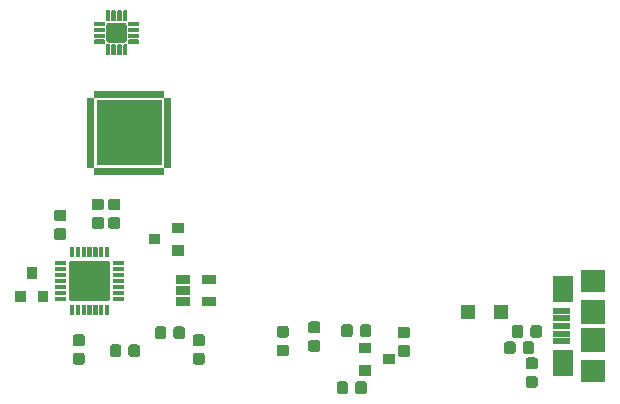
<source format=gbr>
G04 #@! TF.GenerationSoftware,KiCad,Pcbnew,(5.0.1)-3*
G04 #@! TF.CreationDate,2019-11-22T16:36:39-05:00*
G04 #@! TF.ProjectId,SmartWatch,536D61727457617463682E6B69636164,rev?*
G04 #@! TF.SameCoordinates,Original*
G04 #@! TF.FileFunction,Soldermask,Bot*
G04 #@! TF.FilePolarity,Negative*
%FSLAX46Y46*%
G04 Gerber Fmt 4.6, Leading zero omitted, Abs format (unit mm)*
G04 Created by KiCad (PCBNEW (5.0.1)-3) date 11/22/2019 4:36:39 PM*
%MOMM*%
%LPD*%
G01*
G04 APERTURE LIST*
%ADD10C,0.100000*%
G04 APERTURE END LIST*
D10*
G36*
X215475477Y-114921450D02*
X215516557Y-114933911D01*
X215554426Y-114954153D01*
X215587613Y-114981387D01*
X215614847Y-115014574D01*
X215635089Y-115052443D01*
X215647550Y-115093523D01*
X215652000Y-115138704D01*
X215652000Y-115747296D01*
X215647550Y-115792477D01*
X215635089Y-115833557D01*
X215614847Y-115871426D01*
X215587613Y-115904613D01*
X215554426Y-115931847D01*
X215516557Y-115952089D01*
X215475477Y-115964550D01*
X215430296Y-115969000D01*
X214896704Y-115969000D01*
X214851523Y-115964550D01*
X214810443Y-115952089D01*
X214772574Y-115931847D01*
X214739387Y-115904613D01*
X214712153Y-115871426D01*
X214691911Y-115833557D01*
X214679450Y-115792477D01*
X214675000Y-115747296D01*
X214675000Y-115138704D01*
X214679450Y-115093523D01*
X214691911Y-115052443D01*
X214712153Y-115014574D01*
X214739387Y-114981387D01*
X214772574Y-114954153D01*
X214810443Y-114933911D01*
X214851523Y-114921450D01*
X214896704Y-114917000D01*
X215430296Y-114917000D01*
X215475477Y-114921450D01*
X215475477Y-114921450D01*
G37*
G36*
X213900477Y-114921450D02*
X213941557Y-114933911D01*
X213979426Y-114954153D01*
X214012613Y-114981387D01*
X214039847Y-115014574D01*
X214060089Y-115052443D01*
X214072550Y-115093523D01*
X214077000Y-115138704D01*
X214077000Y-115747296D01*
X214072550Y-115792477D01*
X214060089Y-115833557D01*
X214039847Y-115871426D01*
X214012613Y-115904613D01*
X213979426Y-115931847D01*
X213941557Y-115952089D01*
X213900477Y-115964550D01*
X213855296Y-115969000D01*
X213321704Y-115969000D01*
X213276523Y-115964550D01*
X213235443Y-115952089D01*
X213197574Y-115931847D01*
X213164387Y-115904613D01*
X213137153Y-115871426D01*
X213116911Y-115833557D01*
X213104450Y-115792477D01*
X213100000Y-115747296D01*
X213100000Y-115138704D01*
X213104450Y-115093523D01*
X213116911Y-115052443D01*
X213137153Y-115014574D01*
X213164387Y-114981387D01*
X213197574Y-114954153D01*
X213235443Y-114933911D01*
X213276523Y-114921450D01*
X213321704Y-114917000D01*
X213855296Y-114917000D01*
X213900477Y-114921450D01*
X213900477Y-114921450D01*
G37*
G36*
X229965477Y-114476450D02*
X230006557Y-114488911D01*
X230044426Y-114509153D01*
X230077613Y-114536387D01*
X230104847Y-114569574D01*
X230125089Y-114607443D01*
X230137550Y-114648523D01*
X230142000Y-114693704D01*
X230142000Y-115227296D01*
X230137550Y-115272477D01*
X230125089Y-115313557D01*
X230104847Y-115351426D01*
X230077613Y-115384613D01*
X230044426Y-115411847D01*
X230006557Y-115432089D01*
X229965477Y-115444550D01*
X229920296Y-115449000D01*
X229311704Y-115449000D01*
X229266523Y-115444550D01*
X229225443Y-115432089D01*
X229187574Y-115411847D01*
X229154387Y-115384613D01*
X229127153Y-115351426D01*
X229106911Y-115313557D01*
X229094450Y-115272477D01*
X229090000Y-115227296D01*
X229090000Y-114693704D01*
X229094450Y-114648523D01*
X229106911Y-114607443D01*
X229127153Y-114569574D01*
X229154387Y-114536387D01*
X229187574Y-114509153D01*
X229225443Y-114488911D01*
X229266523Y-114476450D01*
X229311704Y-114472000D01*
X229920296Y-114472000D01*
X229965477Y-114476450D01*
X229965477Y-114476450D01*
G37*
G36*
X235832000Y-114987000D02*
X233830000Y-114987000D01*
X233830000Y-113085000D01*
X235832000Y-113085000D01*
X235832000Y-114987000D01*
X235832000Y-114987000D01*
G37*
G36*
X233132000Y-114437000D02*
X231430000Y-114437000D01*
X231430000Y-112235000D01*
X233132000Y-112235000D01*
X233132000Y-114437000D01*
X233132000Y-114437000D01*
G37*
G36*
X216036000Y-114431000D02*
X215034000Y-114431000D01*
X215034000Y-113529000D01*
X216036000Y-113529000D01*
X216036000Y-114431000D01*
X216036000Y-114431000D01*
G37*
G36*
X229965477Y-112901450D02*
X230006557Y-112913911D01*
X230044426Y-112934153D01*
X230077613Y-112961387D01*
X230104847Y-112994574D01*
X230125089Y-113032443D01*
X230137550Y-113073523D01*
X230142000Y-113118704D01*
X230142000Y-113652296D01*
X230137550Y-113697477D01*
X230125089Y-113738557D01*
X230104847Y-113776426D01*
X230077613Y-113809613D01*
X230044426Y-113836847D01*
X230006557Y-113857089D01*
X229965477Y-113869550D01*
X229920296Y-113874000D01*
X229311704Y-113874000D01*
X229266523Y-113869550D01*
X229225443Y-113857089D01*
X229187574Y-113836847D01*
X229154387Y-113809613D01*
X229127153Y-113776426D01*
X229106911Y-113738557D01*
X229094450Y-113697477D01*
X229090000Y-113652296D01*
X229090000Y-113118704D01*
X229094450Y-113073523D01*
X229106911Y-113032443D01*
X229127153Y-112994574D01*
X229154387Y-112961387D01*
X229187574Y-112934153D01*
X229225443Y-112913911D01*
X229266523Y-112901450D01*
X229311704Y-112897000D01*
X229920296Y-112897000D01*
X229965477Y-112901450D01*
X229965477Y-112901450D01*
G37*
G36*
X191611477Y-112520650D02*
X191652557Y-112533111D01*
X191690426Y-112553353D01*
X191723613Y-112580587D01*
X191750847Y-112613774D01*
X191771089Y-112651643D01*
X191783550Y-112692723D01*
X191788000Y-112737904D01*
X191788000Y-113271496D01*
X191783550Y-113316677D01*
X191771089Y-113357757D01*
X191750847Y-113395626D01*
X191723613Y-113428813D01*
X191690426Y-113456047D01*
X191652557Y-113476289D01*
X191611477Y-113488750D01*
X191566296Y-113493200D01*
X190957704Y-113493200D01*
X190912523Y-113488750D01*
X190871443Y-113476289D01*
X190833574Y-113456047D01*
X190800387Y-113428813D01*
X190773153Y-113395626D01*
X190752911Y-113357757D01*
X190740450Y-113316677D01*
X190736000Y-113271496D01*
X190736000Y-112737904D01*
X190740450Y-112692723D01*
X190752911Y-112651643D01*
X190773153Y-112613774D01*
X190800387Y-112580587D01*
X190833574Y-112553353D01*
X190871443Y-112533111D01*
X190912523Y-112520650D01*
X190957704Y-112516200D01*
X191566296Y-112516200D01*
X191611477Y-112520650D01*
X191611477Y-112520650D01*
G37*
G36*
X201771477Y-112520650D02*
X201812557Y-112533111D01*
X201850426Y-112553353D01*
X201883613Y-112580587D01*
X201910847Y-112613774D01*
X201931089Y-112651643D01*
X201943550Y-112692723D01*
X201948000Y-112737904D01*
X201948000Y-113271496D01*
X201943550Y-113316677D01*
X201931089Y-113357757D01*
X201910847Y-113395626D01*
X201883613Y-113428813D01*
X201850426Y-113456047D01*
X201812557Y-113476289D01*
X201771477Y-113488750D01*
X201726296Y-113493200D01*
X201117704Y-113493200D01*
X201072523Y-113488750D01*
X201031443Y-113476289D01*
X200993574Y-113456047D01*
X200960387Y-113428813D01*
X200933153Y-113395626D01*
X200912911Y-113357757D01*
X200900450Y-113316677D01*
X200896000Y-113271496D01*
X200896000Y-112737904D01*
X200900450Y-112692723D01*
X200912911Y-112651643D01*
X200933153Y-112613774D01*
X200960387Y-112580587D01*
X200993574Y-112553353D01*
X201031443Y-112533111D01*
X201072523Y-112520650D01*
X201117704Y-112516200D01*
X201726296Y-112516200D01*
X201771477Y-112520650D01*
X201771477Y-112520650D01*
G37*
G36*
X218036000Y-113481000D02*
X217034000Y-113481000D01*
X217034000Y-112579000D01*
X218036000Y-112579000D01*
X218036000Y-113481000D01*
X218036000Y-113481000D01*
G37*
G36*
X194698077Y-111797250D02*
X194739157Y-111809711D01*
X194777026Y-111829953D01*
X194810213Y-111857187D01*
X194837447Y-111890374D01*
X194857689Y-111928243D01*
X194870150Y-111969323D01*
X194874600Y-112014504D01*
X194874600Y-112623096D01*
X194870150Y-112668277D01*
X194857689Y-112709357D01*
X194837447Y-112747226D01*
X194810213Y-112780413D01*
X194777026Y-112807647D01*
X194739157Y-112827889D01*
X194698077Y-112840350D01*
X194652896Y-112844800D01*
X194119304Y-112844800D01*
X194074123Y-112840350D01*
X194033043Y-112827889D01*
X193995174Y-112807647D01*
X193961987Y-112780413D01*
X193934753Y-112747226D01*
X193914511Y-112709357D01*
X193902050Y-112668277D01*
X193897600Y-112623096D01*
X193897600Y-112014504D01*
X193902050Y-111969323D01*
X193914511Y-111928243D01*
X193934753Y-111890374D01*
X193961987Y-111857187D01*
X193995174Y-111829953D01*
X194033043Y-111809711D01*
X194074123Y-111797250D01*
X194119304Y-111792800D01*
X194652896Y-111792800D01*
X194698077Y-111797250D01*
X194698077Y-111797250D01*
G37*
G36*
X196273077Y-111797250D02*
X196314157Y-111809711D01*
X196352026Y-111829953D01*
X196385213Y-111857187D01*
X196412447Y-111890374D01*
X196432689Y-111928243D01*
X196445150Y-111969323D01*
X196449600Y-112014504D01*
X196449600Y-112623096D01*
X196445150Y-112668277D01*
X196432689Y-112709357D01*
X196412447Y-112747226D01*
X196385213Y-112780413D01*
X196352026Y-112807647D01*
X196314157Y-112827889D01*
X196273077Y-112840350D01*
X196227896Y-112844800D01*
X195694304Y-112844800D01*
X195649123Y-112840350D01*
X195608043Y-112827889D01*
X195570174Y-112807647D01*
X195536987Y-112780413D01*
X195509753Y-112747226D01*
X195489511Y-112709357D01*
X195477050Y-112668277D01*
X195472600Y-112623096D01*
X195472600Y-112014504D01*
X195477050Y-111969323D01*
X195489511Y-111928243D01*
X195509753Y-111890374D01*
X195536987Y-111857187D01*
X195570174Y-111829953D01*
X195608043Y-111809711D01*
X195649123Y-111797250D01*
X195694304Y-111792800D01*
X196227896Y-111792800D01*
X196273077Y-111797250D01*
X196273077Y-111797250D01*
G37*
G36*
X219145077Y-111860250D02*
X219186157Y-111872711D01*
X219224026Y-111892953D01*
X219257213Y-111920187D01*
X219284447Y-111953374D01*
X219304689Y-111991243D01*
X219317150Y-112032323D01*
X219321600Y-112077504D01*
X219321600Y-112611096D01*
X219317150Y-112656277D01*
X219304689Y-112697357D01*
X219284447Y-112735226D01*
X219257213Y-112768413D01*
X219224026Y-112795647D01*
X219186157Y-112815889D01*
X219145077Y-112828350D01*
X219099896Y-112832800D01*
X218491304Y-112832800D01*
X218446123Y-112828350D01*
X218405043Y-112815889D01*
X218367174Y-112795647D01*
X218333987Y-112768413D01*
X218306753Y-112735226D01*
X218286511Y-112697357D01*
X218274050Y-112656277D01*
X218269600Y-112611096D01*
X218269600Y-112077504D01*
X218274050Y-112032323D01*
X218286511Y-111991243D01*
X218306753Y-111953374D01*
X218333987Y-111920187D01*
X218367174Y-111892953D01*
X218405043Y-111872711D01*
X218446123Y-111860250D01*
X218491304Y-111855800D01*
X219099896Y-111855800D01*
X219145077Y-111860250D01*
X219145077Y-111860250D01*
G37*
G36*
X208883477Y-111809450D02*
X208924557Y-111821911D01*
X208962426Y-111842153D01*
X208995613Y-111869387D01*
X209022847Y-111902574D01*
X209043089Y-111940443D01*
X209055550Y-111981523D01*
X209060000Y-112026704D01*
X209060000Y-112560296D01*
X209055550Y-112605477D01*
X209043089Y-112646557D01*
X209022847Y-112684426D01*
X208995613Y-112717613D01*
X208962426Y-112744847D01*
X208924557Y-112765089D01*
X208883477Y-112777550D01*
X208838296Y-112782000D01*
X208229704Y-112782000D01*
X208184523Y-112777550D01*
X208143443Y-112765089D01*
X208105574Y-112744847D01*
X208072387Y-112717613D01*
X208045153Y-112684426D01*
X208024911Y-112646557D01*
X208012450Y-112605477D01*
X208008000Y-112560296D01*
X208008000Y-112026704D01*
X208012450Y-111981523D01*
X208024911Y-111940443D01*
X208045153Y-111902574D01*
X208072387Y-111869387D01*
X208105574Y-111842153D01*
X208143443Y-111821911D01*
X208184523Y-111809450D01*
X208229704Y-111805000D01*
X208838296Y-111805000D01*
X208883477Y-111809450D01*
X208883477Y-111809450D01*
G37*
G36*
X228073677Y-111543250D02*
X228114757Y-111555711D01*
X228152626Y-111575953D01*
X228185813Y-111603187D01*
X228213047Y-111636374D01*
X228233289Y-111674243D01*
X228245750Y-111715323D01*
X228250200Y-111760504D01*
X228250200Y-112369096D01*
X228245750Y-112414277D01*
X228233289Y-112455357D01*
X228213047Y-112493226D01*
X228185813Y-112526413D01*
X228152626Y-112553647D01*
X228114757Y-112573889D01*
X228073677Y-112586350D01*
X228028496Y-112590800D01*
X227494904Y-112590800D01*
X227449723Y-112586350D01*
X227408643Y-112573889D01*
X227370774Y-112553647D01*
X227337587Y-112526413D01*
X227310353Y-112493226D01*
X227290111Y-112455357D01*
X227277650Y-112414277D01*
X227273200Y-112369096D01*
X227273200Y-111760504D01*
X227277650Y-111715323D01*
X227290111Y-111674243D01*
X227310353Y-111636374D01*
X227337587Y-111603187D01*
X227370774Y-111575953D01*
X227408643Y-111555711D01*
X227449723Y-111543250D01*
X227494904Y-111538800D01*
X228028496Y-111538800D01*
X228073677Y-111543250D01*
X228073677Y-111543250D01*
G37*
G36*
X229648677Y-111543250D02*
X229689757Y-111555711D01*
X229727626Y-111575953D01*
X229760813Y-111603187D01*
X229788047Y-111636374D01*
X229808289Y-111674243D01*
X229820750Y-111715323D01*
X229825200Y-111760504D01*
X229825200Y-112369096D01*
X229820750Y-112414277D01*
X229808289Y-112455357D01*
X229788047Y-112493226D01*
X229760813Y-112526413D01*
X229727626Y-112553647D01*
X229689757Y-112573889D01*
X229648677Y-112586350D01*
X229603496Y-112590800D01*
X229069904Y-112590800D01*
X229024723Y-112586350D01*
X228983643Y-112573889D01*
X228945774Y-112553647D01*
X228912587Y-112526413D01*
X228885353Y-112493226D01*
X228865111Y-112455357D01*
X228852650Y-112414277D01*
X228848200Y-112369096D01*
X228848200Y-111760504D01*
X228852650Y-111715323D01*
X228865111Y-111674243D01*
X228885353Y-111636374D01*
X228912587Y-111603187D01*
X228945774Y-111575953D01*
X228983643Y-111555711D01*
X229024723Y-111543250D01*
X229069904Y-111538800D01*
X229603496Y-111538800D01*
X229648677Y-111543250D01*
X229648677Y-111543250D01*
G37*
G36*
X216036000Y-112531000D02*
X215034000Y-112531000D01*
X215034000Y-111629000D01*
X216036000Y-111629000D01*
X216036000Y-112531000D01*
X216036000Y-112531000D01*
G37*
G36*
X235832000Y-112437000D02*
X233830000Y-112437000D01*
X233830000Y-110435000D01*
X235832000Y-110435000D01*
X235832000Y-112437000D01*
X235832000Y-112437000D01*
G37*
G36*
X211550477Y-111428450D02*
X211591557Y-111440911D01*
X211629426Y-111461153D01*
X211662613Y-111488387D01*
X211689847Y-111521574D01*
X211710089Y-111559443D01*
X211722550Y-111600523D01*
X211727000Y-111645704D01*
X211727000Y-112179296D01*
X211722550Y-112224477D01*
X211710089Y-112265557D01*
X211689847Y-112303426D01*
X211662613Y-112336613D01*
X211629426Y-112363847D01*
X211591557Y-112384089D01*
X211550477Y-112396550D01*
X211505296Y-112401000D01*
X210896704Y-112401000D01*
X210851523Y-112396550D01*
X210810443Y-112384089D01*
X210772574Y-112363847D01*
X210739387Y-112336613D01*
X210712153Y-112303426D01*
X210691911Y-112265557D01*
X210679450Y-112224477D01*
X210675000Y-112179296D01*
X210675000Y-111645704D01*
X210679450Y-111600523D01*
X210691911Y-111559443D01*
X210712153Y-111521574D01*
X210739387Y-111488387D01*
X210772574Y-111461153D01*
X210810443Y-111440911D01*
X210851523Y-111428450D01*
X210896704Y-111424000D01*
X211505296Y-111424000D01*
X211550477Y-111428450D01*
X211550477Y-111428450D01*
G37*
G36*
X191611477Y-110945650D02*
X191652557Y-110958111D01*
X191690426Y-110978353D01*
X191723613Y-111005587D01*
X191750847Y-111038774D01*
X191771089Y-111076643D01*
X191783550Y-111117723D01*
X191788000Y-111162904D01*
X191788000Y-111696496D01*
X191783550Y-111741677D01*
X191771089Y-111782757D01*
X191750847Y-111820626D01*
X191723613Y-111853813D01*
X191690426Y-111881047D01*
X191652557Y-111901289D01*
X191611477Y-111913750D01*
X191566296Y-111918200D01*
X190957704Y-111918200D01*
X190912523Y-111913750D01*
X190871443Y-111901289D01*
X190833574Y-111881047D01*
X190800387Y-111853813D01*
X190773153Y-111820626D01*
X190752911Y-111782757D01*
X190740450Y-111741677D01*
X190736000Y-111696496D01*
X190736000Y-111162904D01*
X190740450Y-111117723D01*
X190752911Y-111076643D01*
X190773153Y-111038774D01*
X190800387Y-111005587D01*
X190833574Y-110978353D01*
X190871443Y-110958111D01*
X190912523Y-110945650D01*
X190957704Y-110941200D01*
X191566296Y-110941200D01*
X191611477Y-110945650D01*
X191611477Y-110945650D01*
G37*
G36*
X201771477Y-110945650D02*
X201812557Y-110958111D01*
X201850426Y-110978353D01*
X201883613Y-111005587D01*
X201910847Y-111038774D01*
X201931089Y-111076643D01*
X201943550Y-111117723D01*
X201948000Y-111162904D01*
X201948000Y-111696496D01*
X201943550Y-111741677D01*
X201931089Y-111782757D01*
X201910847Y-111820626D01*
X201883613Y-111853813D01*
X201850426Y-111881047D01*
X201812557Y-111901289D01*
X201771477Y-111913750D01*
X201726296Y-111918200D01*
X201117704Y-111918200D01*
X201072523Y-111913750D01*
X201031443Y-111901289D01*
X200993574Y-111881047D01*
X200960387Y-111853813D01*
X200933153Y-111820626D01*
X200912911Y-111782757D01*
X200900450Y-111741677D01*
X200896000Y-111696496D01*
X200896000Y-111162904D01*
X200900450Y-111117723D01*
X200912911Y-111076643D01*
X200933153Y-111038774D01*
X200960387Y-111005587D01*
X200993574Y-110978353D01*
X201031443Y-110958111D01*
X201072523Y-110945650D01*
X201117704Y-110941200D01*
X201726296Y-110941200D01*
X201771477Y-110945650D01*
X201771477Y-110945650D01*
G37*
G36*
X232882000Y-111787000D02*
X231430000Y-111787000D01*
X231430000Y-111285000D01*
X232882000Y-111285000D01*
X232882000Y-111787000D01*
X232882000Y-111787000D01*
G37*
G36*
X198508077Y-110273250D02*
X198549157Y-110285711D01*
X198587026Y-110305953D01*
X198620213Y-110333187D01*
X198647447Y-110366374D01*
X198667689Y-110404243D01*
X198680150Y-110445323D01*
X198684600Y-110490504D01*
X198684600Y-111099096D01*
X198680150Y-111144277D01*
X198667689Y-111185357D01*
X198647447Y-111223226D01*
X198620213Y-111256413D01*
X198587026Y-111283647D01*
X198549157Y-111303889D01*
X198508077Y-111316350D01*
X198462896Y-111320800D01*
X197929304Y-111320800D01*
X197884123Y-111316350D01*
X197843043Y-111303889D01*
X197805174Y-111283647D01*
X197771987Y-111256413D01*
X197744753Y-111223226D01*
X197724511Y-111185357D01*
X197712050Y-111144277D01*
X197707600Y-111099096D01*
X197707600Y-110490504D01*
X197712050Y-110445323D01*
X197724511Y-110404243D01*
X197744753Y-110366374D01*
X197771987Y-110333187D01*
X197805174Y-110305953D01*
X197843043Y-110285711D01*
X197884123Y-110273250D01*
X197929304Y-110268800D01*
X198462896Y-110268800D01*
X198508077Y-110273250D01*
X198508077Y-110273250D01*
G37*
G36*
X200083077Y-110273250D02*
X200124157Y-110285711D01*
X200162026Y-110305953D01*
X200195213Y-110333187D01*
X200222447Y-110366374D01*
X200242689Y-110404243D01*
X200255150Y-110445323D01*
X200259600Y-110490504D01*
X200259600Y-111099096D01*
X200255150Y-111144277D01*
X200242689Y-111185357D01*
X200222447Y-111223226D01*
X200195213Y-111256413D01*
X200162026Y-111283647D01*
X200124157Y-111303889D01*
X200083077Y-111316350D01*
X200037896Y-111320800D01*
X199504304Y-111320800D01*
X199459123Y-111316350D01*
X199418043Y-111303889D01*
X199380174Y-111283647D01*
X199346987Y-111256413D01*
X199319753Y-111223226D01*
X199299511Y-111185357D01*
X199287050Y-111144277D01*
X199282600Y-111099096D01*
X199282600Y-110490504D01*
X199287050Y-110445323D01*
X199299511Y-110404243D01*
X199319753Y-110366374D01*
X199346987Y-110333187D01*
X199380174Y-110305953D01*
X199418043Y-110285711D01*
X199459123Y-110273250D01*
X199504304Y-110268800D01*
X200037896Y-110268800D01*
X200083077Y-110273250D01*
X200083077Y-110273250D01*
G37*
G36*
X219145077Y-110285250D02*
X219186157Y-110297711D01*
X219224026Y-110317953D01*
X219257213Y-110345187D01*
X219284447Y-110378374D01*
X219304689Y-110416243D01*
X219317150Y-110457323D01*
X219321600Y-110502504D01*
X219321600Y-111036096D01*
X219317150Y-111081277D01*
X219304689Y-111122357D01*
X219284447Y-111160226D01*
X219257213Y-111193413D01*
X219224026Y-111220647D01*
X219186157Y-111240889D01*
X219145077Y-111253350D01*
X219099896Y-111257800D01*
X218491304Y-111257800D01*
X218446123Y-111253350D01*
X218405043Y-111240889D01*
X218367174Y-111220647D01*
X218333987Y-111193413D01*
X218306753Y-111160226D01*
X218286511Y-111122357D01*
X218274050Y-111081277D01*
X218269600Y-111036096D01*
X218269600Y-110502504D01*
X218274050Y-110457323D01*
X218286511Y-110416243D01*
X218306753Y-110378374D01*
X218333987Y-110345187D01*
X218367174Y-110317953D01*
X218405043Y-110297711D01*
X218446123Y-110285250D01*
X218491304Y-110280800D01*
X219099896Y-110280800D01*
X219145077Y-110285250D01*
X219145077Y-110285250D01*
G37*
G36*
X230309077Y-110171650D02*
X230350157Y-110184111D01*
X230388026Y-110204353D01*
X230421213Y-110231587D01*
X230448447Y-110264774D01*
X230468689Y-110302643D01*
X230481150Y-110343723D01*
X230485600Y-110388904D01*
X230485600Y-110997496D01*
X230481150Y-111042677D01*
X230468689Y-111083757D01*
X230448447Y-111121626D01*
X230421213Y-111154813D01*
X230388026Y-111182047D01*
X230350157Y-111202289D01*
X230309077Y-111214750D01*
X230263896Y-111219200D01*
X229730304Y-111219200D01*
X229685123Y-111214750D01*
X229644043Y-111202289D01*
X229606174Y-111182047D01*
X229572987Y-111154813D01*
X229545753Y-111121626D01*
X229525511Y-111083757D01*
X229513050Y-111042677D01*
X229508600Y-110997496D01*
X229508600Y-110388904D01*
X229513050Y-110343723D01*
X229525511Y-110302643D01*
X229545753Y-110264774D01*
X229572987Y-110231587D01*
X229606174Y-110204353D01*
X229644043Y-110184111D01*
X229685123Y-110171650D01*
X229730304Y-110167200D01*
X230263896Y-110167200D01*
X230309077Y-110171650D01*
X230309077Y-110171650D01*
G37*
G36*
X228734077Y-110171650D02*
X228775157Y-110184111D01*
X228813026Y-110204353D01*
X228846213Y-110231587D01*
X228873447Y-110264774D01*
X228893689Y-110302643D01*
X228906150Y-110343723D01*
X228910600Y-110388904D01*
X228910600Y-110997496D01*
X228906150Y-111042677D01*
X228893689Y-111083757D01*
X228873447Y-111121626D01*
X228846213Y-111154813D01*
X228813026Y-111182047D01*
X228775157Y-111202289D01*
X228734077Y-111214750D01*
X228688896Y-111219200D01*
X228155304Y-111219200D01*
X228110123Y-111214750D01*
X228069043Y-111202289D01*
X228031174Y-111182047D01*
X227997987Y-111154813D01*
X227970753Y-111121626D01*
X227950511Y-111083757D01*
X227938050Y-111042677D01*
X227933600Y-110997496D01*
X227933600Y-110388904D01*
X227938050Y-110343723D01*
X227950511Y-110302643D01*
X227970753Y-110264774D01*
X227997987Y-110231587D01*
X228031174Y-110204353D01*
X228069043Y-110184111D01*
X228110123Y-110171650D01*
X228155304Y-110167200D01*
X228688896Y-110167200D01*
X228734077Y-110171650D01*
X228734077Y-110171650D01*
G37*
G36*
X208883477Y-110234450D02*
X208924557Y-110246911D01*
X208962426Y-110267153D01*
X208995613Y-110294387D01*
X209022847Y-110327574D01*
X209043089Y-110365443D01*
X209055550Y-110406523D01*
X209060000Y-110451704D01*
X209060000Y-110985296D01*
X209055550Y-111030477D01*
X209043089Y-111071557D01*
X209022847Y-111109426D01*
X208995613Y-111142613D01*
X208962426Y-111169847D01*
X208924557Y-111190089D01*
X208883477Y-111202550D01*
X208838296Y-111207000D01*
X208229704Y-111207000D01*
X208184523Y-111202550D01*
X208143443Y-111190089D01*
X208105574Y-111169847D01*
X208072387Y-111142613D01*
X208045153Y-111109426D01*
X208024911Y-111071557D01*
X208012450Y-111030477D01*
X208008000Y-110985296D01*
X208008000Y-110451704D01*
X208012450Y-110406523D01*
X208024911Y-110365443D01*
X208045153Y-110327574D01*
X208072387Y-110294387D01*
X208105574Y-110267153D01*
X208143443Y-110246911D01*
X208184523Y-110234450D01*
X208229704Y-110230000D01*
X208838296Y-110230000D01*
X208883477Y-110234450D01*
X208883477Y-110234450D01*
G37*
G36*
X214281477Y-110095450D02*
X214322557Y-110107911D01*
X214360426Y-110128153D01*
X214393613Y-110155387D01*
X214420847Y-110188574D01*
X214441089Y-110226443D01*
X214453550Y-110267523D01*
X214458000Y-110312704D01*
X214458000Y-110921296D01*
X214453550Y-110966477D01*
X214441089Y-111007557D01*
X214420847Y-111045426D01*
X214393613Y-111078613D01*
X214360426Y-111105847D01*
X214322557Y-111126089D01*
X214281477Y-111138550D01*
X214236296Y-111143000D01*
X213702704Y-111143000D01*
X213657523Y-111138550D01*
X213616443Y-111126089D01*
X213578574Y-111105847D01*
X213545387Y-111078613D01*
X213518153Y-111045426D01*
X213497911Y-111007557D01*
X213485450Y-110966477D01*
X213481000Y-110921296D01*
X213481000Y-110312704D01*
X213485450Y-110267523D01*
X213497911Y-110226443D01*
X213518153Y-110188574D01*
X213545387Y-110155387D01*
X213578574Y-110128153D01*
X213616443Y-110107911D01*
X213657523Y-110095450D01*
X213702704Y-110091000D01*
X214236296Y-110091000D01*
X214281477Y-110095450D01*
X214281477Y-110095450D01*
G37*
G36*
X215856477Y-110095450D02*
X215897557Y-110107911D01*
X215935426Y-110128153D01*
X215968613Y-110155387D01*
X215995847Y-110188574D01*
X216016089Y-110226443D01*
X216028550Y-110267523D01*
X216033000Y-110312704D01*
X216033000Y-110921296D01*
X216028550Y-110966477D01*
X216016089Y-111007557D01*
X215995847Y-111045426D01*
X215968613Y-111078613D01*
X215935426Y-111105847D01*
X215897557Y-111126089D01*
X215856477Y-111138550D01*
X215811296Y-111143000D01*
X215277704Y-111143000D01*
X215232523Y-111138550D01*
X215191443Y-111126089D01*
X215153574Y-111105847D01*
X215120387Y-111078613D01*
X215093153Y-111045426D01*
X215072911Y-111007557D01*
X215060450Y-110966477D01*
X215056000Y-110921296D01*
X215056000Y-110312704D01*
X215060450Y-110267523D01*
X215072911Y-110226443D01*
X215093153Y-110188574D01*
X215120387Y-110155387D01*
X215153574Y-110128153D01*
X215191443Y-110107911D01*
X215232523Y-110095450D01*
X215277704Y-110091000D01*
X215811296Y-110091000D01*
X215856477Y-110095450D01*
X215856477Y-110095450D01*
G37*
G36*
X232882000Y-111137000D02*
X231430000Y-111137000D01*
X231430000Y-110635000D01*
X232882000Y-110635000D01*
X232882000Y-111137000D01*
X232882000Y-111137000D01*
G37*
G36*
X211550477Y-109853450D02*
X211591557Y-109865911D01*
X211629426Y-109886153D01*
X211662613Y-109913387D01*
X211689847Y-109946574D01*
X211710089Y-109984443D01*
X211722550Y-110025523D01*
X211727000Y-110070704D01*
X211727000Y-110604296D01*
X211722550Y-110649477D01*
X211710089Y-110690557D01*
X211689847Y-110728426D01*
X211662613Y-110761613D01*
X211629426Y-110788847D01*
X211591557Y-110809089D01*
X211550477Y-110821550D01*
X211505296Y-110826000D01*
X210896704Y-110826000D01*
X210851523Y-110821550D01*
X210810443Y-110809089D01*
X210772574Y-110788847D01*
X210739387Y-110761613D01*
X210712153Y-110728426D01*
X210691911Y-110690557D01*
X210679450Y-110649477D01*
X210675000Y-110604296D01*
X210675000Y-110070704D01*
X210679450Y-110025523D01*
X210691911Y-109984443D01*
X210712153Y-109946574D01*
X210739387Y-109913387D01*
X210772574Y-109886153D01*
X210810443Y-109865911D01*
X210851523Y-109853450D01*
X210896704Y-109849000D01*
X211505296Y-109849000D01*
X211550477Y-109853450D01*
X211550477Y-109853450D01*
G37*
G36*
X232882000Y-110487000D02*
X231430000Y-110487000D01*
X231430000Y-109985000D01*
X232882000Y-109985000D01*
X232882000Y-110487000D01*
X232882000Y-110487000D01*
G37*
G36*
X235832000Y-110037000D02*
X233830000Y-110037000D01*
X233830000Y-108035000D01*
X235832000Y-108035000D01*
X235832000Y-110037000D01*
X235832000Y-110037000D01*
G37*
G36*
X232882000Y-109837000D02*
X231430000Y-109837000D01*
X231430000Y-109335000D01*
X232882000Y-109335000D01*
X232882000Y-109837000D01*
X232882000Y-109837000D01*
G37*
G36*
X224832200Y-109668600D02*
X223630200Y-109668600D01*
X223630200Y-108466600D01*
X224832200Y-108466600D01*
X224832200Y-109668600D01*
X224832200Y-109668600D01*
G37*
G36*
X227632200Y-109668600D02*
X226430200Y-109668600D01*
X226430200Y-108466600D01*
X227632200Y-108466600D01*
X227632200Y-109668600D01*
X227632200Y-109668600D01*
G37*
G36*
X193301639Y-108426447D02*
X193313420Y-108430021D01*
X193324265Y-108435818D01*
X193333777Y-108443623D01*
X193341582Y-108453135D01*
X193347379Y-108463980D01*
X193350953Y-108475761D01*
X193352400Y-108490453D01*
X193352400Y-109261547D01*
X193350953Y-109276239D01*
X193347379Y-109288020D01*
X193341582Y-109298865D01*
X193333777Y-109308377D01*
X193324265Y-109316182D01*
X193313420Y-109321979D01*
X193301639Y-109325553D01*
X193286947Y-109327000D01*
X193065853Y-109327000D01*
X193051161Y-109325553D01*
X193039380Y-109321979D01*
X193028535Y-109316182D01*
X193019023Y-109308377D01*
X193011218Y-109298865D01*
X193005421Y-109288020D01*
X193001847Y-109276239D01*
X193000400Y-109261547D01*
X193000400Y-108490453D01*
X193001847Y-108475761D01*
X193005421Y-108463980D01*
X193011218Y-108453135D01*
X193019023Y-108443623D01*
X193028535Y-108435818D01*
X193039380Y-108430021D01*
X193051161Y-108426447D01*
X193065853Y-108425000D01*
X193286947Y-108425000D01*
X193301639Y-108426447D01*
X193301639Y-108426447D01*
G37*
G36*
X191801639Y-108426447D02*
X191813420Y-108430021D01*
X191824265Y-108435818D01*
X191833777Y-108443623D01*
X191841582Y-108453135D01*
X191847379Y-108463980D01*
X191850953Y-108475761D01*
X191852400Y-108490453D01*
X191852400Y-109261547D01*
X191850953Y-109276239D01*
X191847379Y-109288020D01*
X191841582Y-109298865D01*
X191833777Y-109308377D01*
X191824265Y-109316182D01*
X191813420Y-109321979D01*
X191801639Y-109325553D01*
X191786947Y-109327000D01*
X191565853Y-109327000D01*
X191551161Y-109325553D01*
X191539380Y-109321979D01*
X191528535Y-109316182D01*
X191519023Y-109308377D01*
X191511218Y-109298865D01*
X191505421Y-109288020D01*
X191501847Y-109276239D01*
X191500400Y-109261547D01*
X191500400Y-108490453D01*
X191501847Y-108475761D01*
X191505421Y-108463980D01*
X191511218Y-108453135D01*
X191519023Y-108443623D01*
X191528535Y-108435818D01*
X191539380Y-108430021D01*
X191551161Y-108426447D01*
X191565853Y-108425000D01*
X191786947Y-108425000D01*
X191801639Y-108426447D01*
X191801639Y-108426447D01*
G37*
G36*
X193801639Y-108426447D02*
X193813420Y-108430021D01*
X193824265Y-108435818D01*
X193833777Y-108443623D01*
X193841582Y-108453135D01*
X193847379Y-108463980D01*
X193850953Y-108475761D01*
X193852400Y-108490453D01*
X193852400Y-109261547D01*
X193850953Y-109276239D01*
X193847379Y-109288020D01*
X193841582Y-109298865D01*
X193833777Y-109308377D01*
X193824265Y-109316182D01*
X193813420Y-109321979D01*
X193801639Y-109325553D01*
X193786947Y-109327000D01*
X193565853Y-109327000D01*
X193551161Y-109325553D01*
X193539380Y-109321979D01*
X193528535Y-109316182D01*
X193519023Y-109308377D01*
X193511218Y-109298865D01*
X193505421Y-109288020D01*
X193501847Y-109276239D01*
X193500400Y-109261547D01*
X193500400Y-108490453D01*
X193501847Y-108475761D01*
X193505421Y-108463980D01*
X193511218Y-108453135D01*
X193519023Y-108443623D01*
X193528535Y-108435818D01*
X193539380Y-108430021D01*
X193551161Y-108426447D01*
X193565853Y-108425000D01*
X193786947Y-108425000D01*
X193801639Y-108426447D01*
X193801639Y-108426447D01*
G37*
G36*
X192801639Y-108426447D02*
X192813420Y-108430021D01*
X192824265Y-108435818D01*
X192833777Y-108443623D01*
X192841582Y-108453135D01*
X192847379Y-108463980D01*
X192850953Y-108475761D01*
X192852400Y-108490453D01*
X192852400Y-109261547D01*
X192850953Y-109276239D01*
X192847379Y-109288020D01*
X192841582Y-109298865D01*
X192833777Y-109308377D01*
X192824265Y-109316182D01*
X192813420Y-109321979D01*
X192801639Y-109325553D01*
X192786947Y-109327000D01*
X192565853Y-109327000D01*
X192551161Y-109325553D01*
X192539380Y-109321979D01*
X192528535Y-109316182D01*
X192519023Y-109308377D01*
X192511218Y-109298865D01*
X192505421Y-109288020D01*
X192501847Y-109276239D01*
X192500400Y-109261547D01*
X192500400Y-108490453D01*
X192501847Y-108475761D01*
X192505421Y-108463980D01*
X192511218Y-108453135D01*
X192519023Y-108443623D01*
X192528535Y-108435818D01*
X192539380Y-108430021D01*
X192551161Y-108426447D01*
X192565853Y-108425000D01*
X192786947Y-108425000D01*
X192801639Y-108426447D01*
X192801639Y-108426447D01*
G37*
G36*
X192301639Y-108426447D02*
X192313420Y-108430021D01*
X192324265Y-108435818D01*
X192333777Y-108443623D01*
X192341582Y-108453135D01*
X192347379Y-108463980D01*
X192350953Y-108475761D01*
X192352400Y-108490453D01*
X192352400Y-109261547D01*
X192350953Y-109276239D01*
X192347379Y-109288020D01*
X192341582Y-109298865D01*
X192333777Y-109308377D01*
X192324265Y-109316182D01*
X192313420Y-109321979D01*
X192301639Y-109325553D01*
X192286947Y-109327000D01*
X192065853Y-109327000D01*
X192051161Y-109325553D01*
X192039380Y-109321979D01*
X192028535Y-109316182D01*
X192019023Y-109308377D01*
X192011218Y-109298865D01*
X192005421Y-109288020D01*
X192001847Y-109276239D01*
X192000400Y-109261547D01*
X192000400Y-108490453D01*
X192001847Y-108475761D01*
X192005421Y-108463980D01*
X192011218Y-108453135D01*
X192019023Y-108443623D01*
X192028535Y-108435818D01*
X192039380Y-108430021D01*
X192051161Y-108426447D01*
X192065853Y-108425000D01*
X192286947Y-108425000D01*
X192301639Y-108426447D01*
X192301639Y-108426447D01*
G37*
G36*
X191301639Y-108426447D02*
X191313420Y-108430021D01*
X191324265Y-108435818D01*
X191333777Y-108443623D01*
X191341582Y-108453135D01*
X191347379Y-108463980D01*
X191350953Y-108475761D01*
X191352400Y-108490453D01*
X191352400Y-109261547D01*
X191350953Y-109276239D01*
X191347379Y-109288020D01*
X191341582Y-109298865D01*
X191333777Y-109308377D01*
X191324265Y-109316182D01*
X191313420Y-109321979D01*
X191301639Y-109325553D01*
X191286947Y-109327000D01*
X191065853Y-109327000D01*
X191051161Y-109325553D01*
X191039380Y-109321979D01*
X191028535Y-109316182D01*
X191019023Y-109308377D01*
X191011218Y-109298865D01*
X191005421Y-109288020D01*
X191001847Y-109276239D01*
X191000400Y-109261547D01*
X191000400Y-108490453D01*
X191001847Y-108475761D01*
X191005421Y-108463980D01*
X191011218Y-108453135D01*
X191019023Y-108443623D01*
X191028535Y-108435818D01*
X191039380Y-108430021D01*
X191051161Y-108426447D01*
X191065853Y-108425000D01*
X191286947Y-108425000D01*
X191301639Y-108426447D01*
X191301639Y-108426447D01*
G37*
G36*
X190801639Y-108426447D02*
X190813420Y-108430021D01*
X190824265Y-108435818D01*
X190833777Y-108443623D01*
X190841582Y-108453135D01*
X190847379Y-108463980D01*
X190850953Y-108475761D01*
X190852400Y-108490453D01*
X190852400Y-109261547D01*
X190850953Y-109276239D01*
X190847379Y-109288020D01*
X190841582Y-109298865D01*
X190833777Y-109308377D01*
X190824265Y-109316182D01*
X190813420Y-109321979D01*
X190801639Y-109325553D01*
X190786947Y-109327000D01*
X190565853Y-109327000D01*
X190551161Y-109325553D01*
X190539380Y-109321979D01*
X190528535Y-109316182D01*
X190519023Y-109308377D01*
X190511218Y-109298865D01*
X190505421Y-109288020D01*
X190501847Y-109276239D01*
X190500400Y-109261547D01*
X190500400Y-108490453D01*
X190501847Y-108475761D01*
X190505421Y-108463980D01*
X190511218Y-108453135D01*
X190519023Y-108443623D01*
X190528535Y-108435818D01*
X190539380Y-108430021D01*
X190551161Y-108426447D01*
X190565853Y-108425000D01*
X190786947Y-108425000D01*
X190801639Y-108426447D01*
X190801639Y-108426447D01*
G37*
G36*
X232882000Y-109187000D02*
X231430000Y-109187000D01*
X231430000Y-108685000D01*
X232882000Y-108685000D01*
X232882000Y-109187000D01*
X232882000Y-109187000D01*
G37*
G36*
X202849000Y-108564800D02*
X201687000Y-108564800D01*
X201687000Y-107812800D01*
X202849000Y-107812800D01*
X202849000Y-108564800D01*
X202849000Y-108564800D01*
G37*
G36*
X200649000Y-108564800D02*
X199487000Y-108564800D01*
X199487000Y-107812800D01*
X200649000Y-107812800D01*
X200649000Y-108564800D01*
X200649000Y-108564800D01*
G37*
G36*
X233132000Y-108237000D02*
X231430000Y-108237000D01*
X231430000Y-106035000D01*
X233132000Y-106035000D01*
X233132000Y-108237000D01*
X233132000Y-108237000D01*
G37*
G36*
X188700600Y-108231800D02*
X187798600Y-108231800D01*
X187798600Y-107229800D01*
X188700600Y-107229800D01*
X188700600Y-108231800D01*
X188700600Y-108231800D01*
G37*
G36*
X186800600Y-108231800D02*
X185898600Y-108231800D01*
X185898600Y-107229800D01*
X186800600Y-107229800D01*
X186800600Y-108231800D01*
X186800600Y-108231800D01*
G37*
G36*
X193729234Y-104704369D02*
X193769541Y-104716597D01*
X193806679Y-104736447D01*
X193839235Y-104763165D01*
X193865953Y-104795721D01*
X193885803Y-104832859D01*
X193898031Y-104873166D01*
X193902400Y-104917528D01*
X193902400Y-107934472D01*
X193898031Y-107978834D01*
X193885803Y-108019141D01*
X193865953Y-108056279D01*
X193839235Y-108088835D01*
X193806679Y-108115553D01*
X193769541Y-108135403D01*
X193729234Y-108147631D01*
X193684872Y-108152000D01*
X190667928Y-108152000D01*
X190623566Y-108147631D01*
X190583259Y-108135403D01*
X190546121Y-108115553D01*
X190513565Y-108088835D01*
X190486847Y-108056279D01*
X190466997Y-108019141D01*
X190454769Y-107978834D01*
X190450400Y-107934472D01*
X190450400Y-104917528D01*
X190454769Y-104873166D01*
X190466997Y-104832859D01*
X190486847Y-104795721D01*
X190513565Y-104763165D01*
X190546121Y-104736447D01*
X190583259Y-104716597D01*
X190623566Y-104704369D01*
X190667928Y-104700000D01*
X193684872Y-104700000D01*
X193729234Y-104704369D01*
X193729234Y-104704369D01*
G37*
G36*
X195026639Y-107751447D02*
X195038420Y-107755021D01*
X195049265Y-107760818D01*
X195058777Y-107768623D01*
X195066582Y-107778135D01*
X195072379Y-107788980D01*
X195075953Y-107800761D01*
X195077400Y-107815453D01*
X195077400Y-108036547D01*
X195075953Y-108051239D01*
X195072379Y-108063020D01*
X195066582Y-108073865D01*
X195058777Y-108083377D01*
X195049265Y-108091182D01*
X195038420Y-108096979D01*
X195026639Y-108100553D01*
X195011947Y-108102000D01*
X194240853Y-108102000D01*
X194226161Y-108100553D01*
X194214380Y-108096979D01*
X194203535Y-108091182D01*
X194194023Y-108083377D01*
X194186218Y-108073865D01*
X194180421Y-108063020D01*
X194176847Y-108051239D01*
X194175400Y-108036547D01*
X194175400Y-107815453D01*
X194176847Y-107800761D01*
X194180421Y-107788980D01*
X194186218Y-107778135D01*
X194194023Y-107768623D01*
X194203535Y-107760818D01*
X194214380Y-107755021D01*
X194226161Y-107751447D01*
X194240853Y-107750000D01*
X195011947Y-107750000D01*
X195026639Y-107751447D01*
X195026639Y-107751447D01*
G37*
G36*
X190126639Y-107751447D02*
X190138420Y-107755021D01*
X190149265Y-107760818D01*
X190158777Y-107768623D01*
X190166582Y-107778135D01*
X190172379Y-107788980D01*
X190175953Y-107800761D01*
X190177400Y-107815453D01*
X190177400Y-108036547D01*
X190175953Y-108051239D01*
X190172379Y-108063020D01*
X190166582Y-108073865D01*
X190158777Y-108083377D01*
X190149265Y-108091182D01*
X190138420Y-108096979D01*
X190126639Y-108100553D01*
X190111947Y-108102000D01*
X189340853Y-108102000D01*
X189326161Y-108100553D01*
X189314380Y-108096979D01*
X189303535Y-108091182D01*
X189294023Y-108083377D01*
X189286218Y-108073865D01*
X189280421Y-108063020D01*
X189276847Y-108051239D01*
X189275400Y-108036547D01*
X189275400Y-107815453D01*
X189276847Y-107800761D01*
X189280421Y-107788980D01*
X189286218Y-107778135D01*
X189294023Y-107768623D01*
X189303535Y-107760818D01*
X189314380Y-107755021D01*
X189326161Y-107751447D01*
X189340853Y-107750000D01*
X190111947Y-107750000D01*
X190126639Y-107751447D01*
X190126639Y-107751447D01*
G37*
G36*
X200649000Y-107614800D02*
X199487000Y-107614800D01*
X199487000Y-106862800D01*
X200649000Y-106862800D01*
X200649000Y-107614800D01*
X200649000Y-107614800D01*
G37*
G36*
X195026639Y-107251447D02*
X195038420Y-107255021D01*
X195049265Y-107260818D01*
X195058777Y-107268623D01*
X195066582Y-107278135D01*
X195072379Y-107288980D01*
X195075953Y-107300761D01*
X195077400Y-107315453D01*
X195077400Y-107536547D01*
X195075953Y-107551239D01*
X195072379Y-107563020D01*
X195066582Y-107573865D01*
X195058777Y-107583377D01*
X195049265Y-107591182D01*
X195038420Y-107596979D01*
X195026639Y-107600553D01*
X195011947Y-107602000D01*
X194240853Y-107602000D01*
X194226161Y-107600553D01*
X194214380Y-107596979D01*
X194203535Y-107591182D01*
X194194023Y-107583377D01*
X194186218Y-107573865D01*
X194180421Y-107563020D01*
X194176847Y-107551239D01*
X194175400Y-107536547D01*
X194175400Y-107315453D01*
X194176847Y-107300761D01*
X194180421Y-107288980D01*
X194186218Y-107278135D01*
X194194023Y-107268623D01*
X194203535Y-107260818D01*
X194214380Y-107255021D01*
X194226161Y-107251447D01*
X194240853Y-107250000D01*
X195011947Y-107250000D01*
X195026639Y-107251447D01*
X195026639Y-107251447D01*
G37*
G36*
X190126639Y-107251447D02*
X190138420Y-107255021D01*
X190149265Y-107260818D01*
X190158777Y-107268623D01*
X190166582Y-107278135D01*
X190172379Y-107288980D01*
X190175953Y-107300761D01*
X190177400Y-107315453D01*
X190177400Y-107536547D01*
X190175953Y-107551239D01*
X190172379Y-107563020D01*
X190166582Y-107573865D01*
X190158777Y-107583377D01*
X190149265Y-107591182D01*
X190138420Y-107596979D01*
X190126639Y-107600553D01*
X190111947Y-107602000D01*
X189340853Y-107602000D01*
X189326161Y-107600553D01*
X189314380Y-107596979D01*
X189303535Y-107591182D01*
X189294023Y-107583377D01*
X189286218Y-107573865D01*
X189280421Y-107563020D01*
X189276847Y-107551239D01*
X189275400Y-107536547D01*
X189275400Y-107315453D01*
X189276847Y-107300761D01*
X189280421Y-107288980D01*
X189286218Y-107278135D01*
X189294023Y-107268623D01*
X189303535Y-107260818D01*
X189314380Y-107255021D01*
X189326161Y-107251447D01*
X189340853Y-107250000D01*
X190111947Y-107250000D01*
X190126639Y-107251447D01*
X190126639Y-107251447D01*
G37*
G36*
X235832000Y-107387000D02*
X233830000Y-107387000D01*
X233830000Y-105485000D01*
X235832000Y-105485000D01*
X235832000Y-107387000D01*
X235832000Y-107387000D01*
G37*
G36*
X195026639Y-106751447D02*
X195038420Y-106755021D01*
X195049265Y-106760818D01*
X195058777Y-106768623D01*
X195066582Y-106778135D01*
X195072379Y-106788980D01*
X195075953Y-106800761D01*
X195077400Y-106815453D01*
X195077400Y-107036547D01*
X195075953Y-107051239D01*
X195072379Y-107063020D01*
X195066582Y-107073865D01*
X195058777Y-107083377D01*
X195049265Y-107091182D01*
X195038420Y-107096979D01*
X195026639Y-107100553D01*
X195011947Y-107102000D01*
X194240853Y-107102000D01*
X194226161Y-107100553D01*
X194214380Y-107096979D01*
X194203535Y-107091182D01*
X194194023Y-107083377D01*
X194186218Y-107073865D01*
X194180421Y-107063020D01*
X194176847Y-107051239D01*
X194175400Y-107036547D01*
X194175400Y-106815453D01*
X194176847Y-106800761D01*
X194180421Y-106788980D01*
X194186218Y-106778135D01*
X194194023Y-106768623D01*
X194203535Y-106760818D01*
X194214380Y-106755021D01*
X194226161Y-106751447D01*
X194240853Y-106750000D01*
X195011947Y-106750000D01*
X195026639Y-106751447D01*
X195026639Y-106751447D01*
G37*
G36*
X190126639Y-106751447D02*
X190138420Y-106755021D01*
X190149265Y-106760818D01*
X190158777Y-106768623D01*
X190166582Y-106778135D01*
X190172379Y-106788980D01*
X190175953Y-106800761D01*
X190177400Y-106815453D01*
X190177400Y-107036547D01*
X190175953Y-107051239D01*
X190172379Y-107063020D01*
X190166582Y-107073865D01*
X190158777Y-107083377D01*
X190149265Y-107091182D01*
X190138420Y-107096979D01*
X190126639Y-107100553D01*
X190111947Y-107102000D01*
X189340853Y-107102000D01*
X189326161Y-107100553D01*
X189314380Y-107096979D01*
X189303535Y-107091182D01*
X189294023Y-107083377D01*
X189286218Y-107073865D01*
X189280421Y-107063020D01*
X189276847Y-107051239D01*
X189275400Y-107036547D01*
X189275400Y-106815453D01*
X189276847Y-106800761D01*
X189280421Y-106788980D01*
X189286218Y-106778135D01*
X189294023Y-106768623D01*
X189303535Y-106760818D01*
X189314380Y-106755021D01*
X189326161Y-106751447D01*
X189340853Y-106750000D01*
X190111947Y-106750000D01*
X190126639Y-106751447D01*
X190126639Y-106751447D01*
G37*
G36*
X202849000Y-106664800D02*
X201687000Y-106664800D01*
X201687000Y-105912800D01*
X202849000Y-105912800D01*
X202849000Y-106664800D01*
X202849000Y-106664800D01*
G37*
G36*
X200649000Y-106664800D02*
X199487000Y-106664800D01*
X199487000Y-105912800D01*
X200649000Y-105912800D01*
X200649000Y-106664800D01*
X200649000Y-106664800D01*
G37*
G36*
X190126639Y-106251447D02*
X190138420Y-106255021D01*
X190149265Y-106260818D01*
X190158777Y-106268623D01*
X190166582Y-106278135D01*
X190172379Y-106288980D01*
X190175953Y-106300761D01*
X190177400Y-106315453D01*
X190177400Y-106536547D01*
X190175953Y-106551239D01*
X190172379Y-106563020D01*
X190166582Y-106573865D01*
X190158777Y-106583377D01*
X190149265Y-106591182D01*
X190138420Y-106596979D01*
X190126639Y-106600553D01*
X190111947Y-106602000D01*
X189340853Y-106602000D01*
X189326161Y-106600553D01*
X189314380Y-106596979D01*
X189303535Y-106591182D01*
X189294023Y-106583377D01*
X189286218Y-106573865D01*
X189280421Y-106563020D01*
X189276847Y-106551239D01*
X189275400Y-106536547D01*
X189275400Y-106315453D01*
X189276847Y-106300761D01*
X189280421Y-106288980D01*
X189286218Y-106278135D01*
X189294023Y-106268623D01*
X189303535Y-106260818D01*
X189314380Y-106255021D01*
X189326161Y-106251447D01*
X189340853Y-106250000D01*
X190111947Y-106250000D01*
X190126639Y-106251447D01*
X190126639Y-106251447D01*
G37*
G36*
X195026639Y-106251447D02*
X195038420Y-106255021D01*
X195049265Y-106260818D01*
X195058777Y-106268623D01*
X195066582Y-106278135D01*
X195072379Y-106288980D01*
X195075953Y-106300761D01*
X195077400Y-106315453D01*
X195077400Y-106536547D01*
X195075953Y-106551239D01*
X195072379Y-106563020D01*
X195066582Y-106573865D01*
X195058777Y-106583377D01*
X195049265Y-106591182D01*
X195038420Y-106596979D01*
X195026639Y-106600553D01*
X195011947Y-106602000D01*
X194240853Y-106602000D01*
X194226161Y-106600553D01*
X194214380Y-106596979D01*
X194203535Y-106591182D01*
X194194023Y-106583377D01*
X194186218Y-106573865D01*
X194180421Y-106563020D01*
X194176847Y-106551239D01*
X194175400Y-106536547D01*
X194175400Y-106315453D01*
X194176847Y-106300761D01*
X194180421Y-106288980D01*
X194186218Y-106278135D01*
X194194023Y-106268623D01*
X194203535Y-106260818D01*
X194214380Y-106255021D01*
X194226161Y-106251447D01*
X194240853Y-106250000D01*
X195011947Y-106250000D01*
X195026639Y-106251447D01*
X195026639Y-106251447D01*
G37*
G36*
X187750600Y-106231800D02*
X186848600Y-106231800D01*
X186848600Y-105229800D01*
X187750600Y-105229800D01*
X187750600Y-106231800D01*
X187750600Y-106231800D01*
G37*
G36*
X195026639Y-105751447D02*
X195038420Y-105755021D01*
X195049265Y-105760818D01*
X195058777Y-105768623D01*
X195066582Y-105778135D01*
X195072379Y-105788980D01*
X195075953Y-105800761D01*
X195077400Y-105815453D01*
X195077400Y-106036547D01*
X195075953Y-106051239D01*
X195072379Y-106063020D01*
X195066582Y-106073865D01*
X195058777Y-106083377D01*
X195049265Y-106091182D01*
X195038420Y-106096979D01*
X195026639Y-106100553D01*
X195011947Y-106102000D01*
X194240853Y-106102000D01*
X194226161Y-106100553D01*
X194214380Y-106096979D01*
X194203535Y-106091182D01*
X194194023Y-106083377D01*
X194186218Y-106073865D01*
X194180421Y-106063020D01*
X194176847Y-106051239D01*
X194175400Y-106036547D01*
X194175400Y-105815453D01*
X194176847Y-105800761D01*
X194180421Y-105788980D01*
X194186218Y-105778135D01*
X194194023Y-105768623D01*
X194203535Y-105760818D01*
X194214380Y-105755021D01*
X194226161Y-105751447D01*
X194240853Y-105750000D01*
X195011947Y-105750000D01*
X195026639Y-105751447D01*
X195026639Y-105751447D01*
G37*
G36*
X190126639Y-105751447D02*
X190138420Y-105755021D01*
X190149265Y-105760818D01*
X190158777Y-105768623D01*
X190166582Y-105778135D01*
X190172379Y-105788980D01*
X190175953Y-105800761D01*
X190177400Y-105815453D01*
X190177400Y-106036547D01*
X190175953Y-106051239D01*
X190172379Y-106063020D01*
X190166582Y-106073865D01*
X190158777Y-106083377D01*
X190149265Y-106091182D01*
X190138420Y-106096979D01*
X190126639Y-106100553D01*
X190111947Y-106102000D01*
X189340853Y-106102000D01*
X189326161Y-106100553D01*
X189314380Y-106096979D01*
X189303535Y-106091182D01*
X189294023Y-106083377D01*
X189286218Y-106073865D01*
X189280421Y-106063020D01*
X189276847Y-106051239D01*
X189275400Y-106036547D01*
X189275400Y-105815453D01*
X189276847Y-105800761D01*
X189280421Y-105788980D01*
X189286218Y-105778135D01*
X189294023Y-105768623D01*
X189303535Y-105760818D01*
X189314380Y-105755021D01*
X189326161Y-105751447D01*
X189340853Y-105750000D01*
X190111947Y-105750000D01*
X190126639Y-105751447D01*
X190126639Y-105751447D01*
G37*
G36*
X190126639Y-105251447D02*
X190138420Y-105255021D01*
X190149265Y-105260818D01*
X190158777Y-105268623D01*
X190166582Y-105278135D01*
X190172379Y-105288980D01*
X190175953Y-105300761D01*
X190177400Y-105315453D01*
X190177400Y-105536547D01*
X190175953Y-105551239D01*
X190172379Y-105563020D01*
X190166582Y-105573865D01*
X190158777Y-105583377D01*
X190149265Y-105591182D01*
X190138420Y-105596979D01*
X190126639Y-105600553D01*
X190111947Y-105602000D01*
X189340853Y-105602000D01*
X189326161Y-105600553D01*
X189314380Y-105596979D01*
X189303535Y-105591182D01*
X189294023Y-105583377D01*
X189286218Y-105573865D01*
X189280421Y-105563020D01*
X189276847Y-105551239D01*
X189275400Y-105536547D01*
X189275400Y-105315453D01*
X189276847Y-105300761D01*
X189280421Y-105288980D01*
X189286218Y-105278135D01*
X189294023Y-105268623D01*
X189303535Y-105260818D01*
X189314380Y-105255021D01*
X189326161Y-105251447D01*
X189340853Y-105250000D01*
X190111947Y-105250000D01*
X190126639Y-105251447D01*
X190126639Y-105251447D01*
G37*
G36*
X195026639Y-105251447D02*
X195038420Y-105255021D01*
X195049265Y-105260818D01*
X195058777Y-105268623D01*
X195066582Y-105278135D01*
X195072379Y-105288980D01*
X195075953Y-105300761D01*
X195077400Y-105315453D01*
X195077400Y-105536547D01*
X195075953Y-105551239D01*
X195072379Y-105563020D01*
X195066582Y-105573865D01*
X195058777Y-105583377D01*
X195049265Y-105591182D01*
X195038420Y-105596979D01*
X195026639Y-105600553D01*
X195011947Y-105602000D01*
X194240853Y-105602000D01*
X194226161Y-105600553D01*
X194214380Y-105596979D01*
X194203535Y-105591182D01*
X194194023Y-105583377D01*
X194186218Y-105573865D01*
X194180421Y-105563020D01*
X194176847Y-105551239D01*
X194175400Y-105536547D01*
X194175400Y-105315453D01*
X194176847Y-105300761D01*
X194180421Y-105288980D01*
X194186218Y-105278135D01*
X194194023Y-105268623D01*
X194203535Y-105260818D01*
X194214380Y-105255021D01*
X194226161Y-105251447D01*
X194240853Y-105250000D01*
X195011947Y-105250000D01*
X195026639Y-105251447D01*
X195026639Y-105251447D01*
G37*
G36*
X190126639Y-104751447D02*
X190138420Y-104755021D01*
X190149265Y-104760818D01*
X190158777Y-104768623D01*
X190166582Y-104778135D01*
X190172379Y-104788980D01*
X190175953Y-104800761D01*
X190177400Y-104815453D01*
X190177400Y-105036547D01*
X190175953Y-105051239D01*
X190172379Y-105063020D01*
X190166582Y-105073865D01*
X190158777Y-105083377D01*
X190149265Y-105091182D01*
X190138420Y-105096979D01*
X190126639Y-105100553D01*
X190111947Y-105102000D01*
X189340853Y-105102000D01*
X189326161Y-105100553D01*
X189314380Y-105096979D01*
X189303535Y-105091182D01*
X189294023Y-105083377D01*
X189286218Y-105073865D01*
X189280421Y-105063020D01*
X189276847Y-105051239D01*
X189275400Y-105036547D01*
X189275400Y-104815453D01*
X189276847Y-104800761D01*
X189280421Y-104788980D01*
X189286218Y-104778135D01*
X189294023Y-104768623D01*
X189303535Y-104760818D01*
X189314380Y-104755021D01*
X189326161Y-104751447D01*
X189340853Y-104750000D01*
X190111947Y-104750000D01*
X190126639Y-104751447D01*
X190126639Y-104751447D01*
G37*
G36*
X195026639Y-104751447D02*
X195038420Y-104755021D01*
X195049265Y-104760818D01*
X195058777Y-104768623D01*
X195066582Y-104778135D01*
X195072379Y-104788980D01*
X195075953Y-104800761D01*
X195077400Y-104815453D01*
X195077400Y-105036547D01*
X195075953Y-105051239D01*
X195072379Y-105063020D01*
X195066582Y-105073865D01*
X195058777Y-105083377D01*
X195049265Y-105091182D01*
X195038420Y-105096979D01*
X195026639Y-105100553D01*
X195011947Y-105102000D01*
X194240853Y-105102000D01*
X194226161Y-105100553D01*
X194214380Y-105096979D01*
X194203535Y-105091182D01*
X194194023Y-105083377D01*
X194186218Y-105073865D01*
X194180421Y-105063020D01*
X194176847Y-105051239D01*
X194175400Y-105036547D01*
X194175400Y-104815453D01*
X194176847Y-104800761D01*
X194180421Y-104788980D01*
X194186218Y-104778135D01*
X194194023Y-104768623D01*
X194203535Y-104760818D01*
X194214380Y-104755021D01*
X194226161Y-104751447D01*
X194240853Y-104750000D01*
X195011947Y-104750000D01*
X195026639Y-104751447D01*
X195026639Y-104751447D01*
G37*
G36*
X190801639Y-103526447D02*
X190813420Y-103530021D01*
X190824265Y-103535818D01*
X190833777Y-103543623D01*
X190841582Y-103553135D01*
X190847379Y-103563980D01*
X190850953Y-103575761D01*
X190852400Y-103590453D01*
X190852400Y-104361547D01*
X190850953Y-104376239D01*
X190847379Y-104388020D01*
X190841582Y-104398865D01*
X190833777Y-104408377D01*
X190824265Y-104416182D01*
X190813420Y-104421979D01*
X190801639Y-104425553D01*
X190786947Y-104427000D01*
X190565853Y-104427000D01*
X190551161Y-104425553D01*
X190539380Y-104421979D01*
X190528535Y-104416182D01*
X190519023Y-104408377D01*
X190511218Y-104398865D01*
X190505421Y-104388020D01*
X190501847Y-104376239D01*
X190500400Y-104361547D01*
X190500400Y-103590453D01*
X190501847Y-103575761D01*
X190505421Y-103563980D01*
X190511218Y-103553135D01*
X190519023Y-103543623D01*
X190528535Y-103535818D01*
X190539380Y-103530021D01*
X190551161Y-103526447D01*
X190565853Y-103525000D01*
X190786947Y-103525000D01*
X190801639Y-103526447D01*
X190801639Y-103526447D01*
G37*
G36*
X193801639Y-103526447D02*
X193813420Y-103530021D01*
X193824265Y-103535818D01*
X193833777Y-103543623D01*
X193841582Y-103553135D01*
X193847379Y-103563980D01*
X193850953Y-103575761D01*
X193852400Y-103590453D01*
X193852400Y-104361547D01*
X193850953Y-104376239D01*
X193847379Y-104388020D01*
X193841582Y-104398865D01*
X193833777Y-104408377D01*
X193824265Y-104416182D01*
X193813420Y-104421979D01*
X193801639Y-104425553D01*
X193786947Y-104427000D01*
X193565853Y-104427000D01*
X193551161Y-104425553D01*
X193539380Y-104421979D01*
X193528535Y-104416182D01*
X193519023Y-104408377D01*
X193511218Y-104398865D01*
X193505421Y-104388020D01*
X193501847Y-104376239D01*
X193500400Y-104361547D01*
X193500400Y-103590453D01*
X193501847Y-103575761D01*
X193505421Y-103563980D01*
X193511218Y-103553135D01*
X193519023Y-103543623D01*
X193528535Y-103535818D01*
X193539380Y-103530021D01*
X193551161Y-103526447D01*
X193565853Y-103525000D01*
X193786947Y-103525000D01*
X193801639Y-103526447D01*
X193801639Y-103526447D01*
G37*
G36*
X193301639Y-103526447D02*
X193313420Y-103530021D01*
X193324265Y-103535818D01*
X193333777Y-103543623D01*
X193341582Y-103553135D01*
X193347379Y-103563980D01*
X193350953Y-103575761D01*
X193352400Y-103590453D01*
X193352400Y-104361547D01*
X193350953Y-104376239D01*
X193347379Y-104388020D01*
X193341582Y-104398865D01*
X193333777Y-104408377D01*
X193324265Y-104416182D01*
X193313420Y-104421979D01*
X193301639Y-104425553D01*
X193286947Y-104427000D01*
X193065853Y-104427000D01*
X193051161Y-104425553D01*
X193039380Y-104421979D01*
X193028535Y-104416182D01*
X193019023Y-104408377D01*
X193011218Y-104398865D01*
X193005421Y-104388020D01*
X193001847Y-104376239D01*
X193000400Y-104361547D01*
X193000400Y-103590453D01*
X193001847Y-103575761D01*
X193005421Y-103563980D01*
X193011218Y-103553135D01*
X193019023Y-103543623D01*
X193028535Y-103535818D01*
X193039380Y-103530021D01*
X193051161Y-103526447D01*
X193065853Y-103525000D01*
X193286947Y-103525000D01*
X193301639Y-103526447D01*
X193301639Y-103526447D01*
G37*
G36*
X192801639Y-103526447D02*
X192813420Y-103530021D01*
X192824265Y-103535818D01*
X192833777Y-103543623D01*
X192841582Y-103553135D01*
X192847379Y-103563980D01*
X192850953Y-103575761D01*
X192852400Y-103590453D01*
X192852400Y-104361547D01*
X192850953Y-104376239D01*
X192847379Y-104388020D01*
X192841582Y-104398865D01*
X192833777Y-104408377D01*
X192824265Y-104416182D01*
X192813420Y-104421979D01*
X192801639Y-104425553D01*
X192786947Y-104427000D01*
X192565853Y-104427000D01*
X192551161Y-104425553D01*
X192539380Y-104421979D01*
X192528535Y-104416182D01*
X192519023Y-104408377D01*
X192511218Y-104398865D01*
X192505421Y-104388020D01*
X192501847Y-104376239D01*
X192500400Y-104361547D01*
X192500400Y-103590453D01*
X192501847Y-103575761D01*
X192505421Y-103563980D01*
X192511218Y-103553135D01*
X192519023Y-103543623D01*
X192528535Y-103535818D01*
X192539380Y-103530021D01*
X192551161Y-103526447D01*
X192565853Y-103525000D01*
X192786947Y-103525000D01*
X192801639Y-103526447D01*
X192801639Y-103526447D01*
G37*
G36*
X192301639Y-103526447D02*
X192313420Y-103530021D01*
X192324265Y-103535818D01*
X192333777Y-103543623D01*
X192341582Y-103553135D01*
X192347379Y-103563980D01*
X192350953Y-103575761D01*
X192352400Y-103590453D01*
X192352400Y-104361547D01*
X192350953Y-104376239D01*
X192347379Y-104388020D01*
X192341582Y-104398865D01*
X192333777Y-104408377D01*
X192324265Y-104416182D01*
X192313420Y-104421979D01*
X192301639Y-104425553D01*
X192286947Y-104427000D01*
X192065853Y-104427000D01*
X192051161Y-104425553D01*
X192039380Y-104421979D01*
X192028535Y-104416182D01*
X192019023Y-104408377D01*
X192011218Y-104398865D01*
X192005421Y-104388020D01*
X192001847Y-104376239D01*
X192000400Y-104361547D01*
X192000400Y-103590453D01*
X192001847Y-103575761D01*
X192005421Y-103563980D01*
X192011218Y-103553135D01*
X192019023Y-103543623D01*
X192028535Y-103535818D01*
X192039380Y-103530021D01*
X192051161Y-103526447D01*
X192065853Y-103525000D01*
X192286947Y-103525000D01*
X192301639Y-103526447D01*
X192301639Y-103526447D01*
G37*
G36*
X191801639Y-103526447D02*
X191813420Y-103530021D01*
X191824265Y-103535818D01*
X191833777Y-103543623D01*
X191841582Y-103553135D01*
X191847379Y-103563980D01*
X191850953Y-103575761D01*
X191852400Y-103590453D01*
X191852400Y-104361547D01*
X191850953Y-104376239D01*
X191847379Y-104388020D01*
X191841582Y-104398865D01*
X191833777Y-104408377D01*
X191824265Y-104416182D01*
X191813420Y-104421979D01*
X191801639Y-104425553D01*
X191786947Y-104427000D01*
X191565853Y-104427000D01*
X191551161Y-104425553D01*
X191539380Y-104421979D01*
X191528535Y-104416182D01*
X191519023Y-104408377D01*
X191511218Y-104398865D01*
X191505421Y-104388020D01*
X191501847Y-104376239D01*
X191500400Y-104361547D01*
X191500400Y-103590453D01*
X191501847Y-103575761D01*
X191505421Y-103563980D01*
X191511218Y-103553135D01*
X191519023Y-103543623D01*
X191528535Y-103535818D01*
X191539380Y-103530021D01*
X191551161Y-103526447D01*
X191565853Y-103525000D01*
X191786947Y-103525000D01*
X191801639Y-103526447D01*
X191801639Y-103526447D01*
G37*
G36*
X191301639Y-103526447D02*
X191313420Y-103530021D01*
X191324265Y-103535818D01*
X191333777Y-103543623D01*
X191341582Y-103553135D01*
X191347379Y-103563980D01*
X191350953Y-103575761D01*
X191352400Y-103590453D01*
X191352400Y-104361547D01*
X191350953Y-104376239D01*
X191347379Y-104388020D01*
X191341582Y-104398865D01*
X191333777Y-104408377D01*
X191324265Y-104416182D01*
X191313420Y-104421979D01*
X191301639Y-104425553D01*
X191286947Y-104427000D01*
X191065853Y-104427000D01*
X191051161Y-104425553D01*
X191039380Y-104421979D01*
X191028535Y-104416182D01*
X191019023Y-104408377D01*
X191011218Y-104398865D01*
X191005421Y-104388020D01*
X191001847Y-104376239D01*
X191000400Y-104361547D01*
X191000400Y-103590453D01*
X191001847Y-103575761D01*
X191005421Y-103563980D01*
X191011218Y-103553135D01*
X191019023Y-103543623D01*
X191028535Y-103535818D01*
X191039380Y-103530021D01*
X191051161Y-103526447D01*
X191065853Y-103525000D01*
X191286947Y-103525000D01*
X191301639Y-103526447D01*
X191301639Y-103526447D01*
G37*
G36*
X200179800Y-104271000D02*
X199177800Y-104271000D01*
X199177800Y-103369000D01*
X200179800Y-103369000D01*
X200179800Y-104271000D01*
X200179800Y-104271000D01*
G37*
G36*
X198179800Y-103321000D02*
X197177800Y-103321000D01*
X197177800Y-102419000D01*
X198179800Y-102419000D01*
X198179800Y-103321000D01*
X198179800Y-103321000D01*
G37*
G36*
X190036677Y-101954250D02*
X190077757Y-101966711D01*
X190115626Y-101986953D01*
X190148813Y-102014187D01*
X190176047Y-102047374D01*
X190196289Y-102085243D01*
X190208750Y-102126323D01*
X190213200Y-102171504D01*
X190213200Y-102705096D01*
X190208750Y-102750277D01*
X190196289Y-102791357D01*
X190176047Y-102829226D01*
X190148813Y-102862413D01*
X190115626Y-102889647D01*
X190077757Y-102909889D01*
X190036677Y-102922350D01*
X189991496Y-102926800D01*
X189382904Y-102926800D01*
X189337723Y-102922350D01*
X189296643Y-102909889D01*
X189258774Y-102889647D01*
X189225587Y-102862413D01*
X189198353Y-102829226D01*
X189178111Y-102791357D01*
X189165650Y-102750277D01*
X189161200Y-102705096D01*
X189161200Y-102171504D01*
X189165650Y-102126323D01*
X189178111Y-102085243D01*
X189198353Y-102047374D01*
X189225587Y-102014187D01*
X189258774Y-101986953D01*
X189296643Y-101966711D01*
X189337723Y-101954250D01*
X189382904Y-101949800D01*
X189991496Y-101949800D01*
X190036677Y-101954250D01*
X190036677Y-101954250D01*
G37*
G36*
X200179800Y-102371000D02*
X199177800Y-102371000D01*
X199177800Y-101469000D01*
X200179800Y-101469000D01*
X200179800Y-102371000D01*
X200179800Y-102371000D01*
G37*
G36*
X193237077Y-101014550D02*
X193278157Y-101027011D01*
X193316026Y-101047253D01*
X193349213Y-101074487D01*
X193376447Y-101107674D01*
X193396689Y-101145543D01*
X193409150Y-101186623D01*
X193413600Y-101231804D01*
X193413600Y-101765396D01*
X193409150Y-101810577D01*
X193396689Y-101851657D01*
X193376447Y-101889526D01*
X193349213Y-101922713D01*
X193316026Y-101949947D01*
X193278157Y-101970189D01*
X193237077Y-101982650D01*
X193191896Y-101987100D01*
X192583304Y-101987100D01*
X192538123Y-101982650D01*
X192497043Y-101970189D01*
X192459174Y-101949947D01*
X192425987Y-101922713D01*
X192398753Y-101889526D01*
X192378511Y-101851657D01*
X192366050Y-101810577D01*
X192361600Y-101765396D01*
X192361600Y-101231804D01*
X192366050Y-101186623D01*
X192378511Y-101145543D01*
X192398753Y-101107674D01*
X192425987Y-101074487D01*
X192459174Y-101047253D01*
X192497043Y-101027011D01*
X192538123Y-101014550D01*
X192583304Y-101010100D01*
X193191896Y-101010100D01*
X193237077Y-101014550D01*
X193237077Y-101014550D01*
G37*
G36*
X194608677Y-101014550D02*
X194649757Y-101027011D01*
X194687626Y-101047253D01*
X194720813Y-101074487D01*
X194748047Y-101107674D01*
X194768289Y-101145543D01*
X194780750Y-101186623D01*
X194785200Y-101231804D01*
X194785200Y-101765396D01*
X194780750Y-101810577D01*
X194768289Y-101851657D01*
X194748047Y-101889526D01*
X194720813Y-101922713D01*
X194687626Y-101949947D01*
X194649757Y-101970189D01*
X194608677Y-101982650D01*
X194563496Y-101987100D01*
X193954904Y-101987100D01*
X193909723Y-101982650D01*
X193868643Y-101970189D01*
X193830774Y-101949947D01*
X193797587Y-101922713D01*
X193770353Y-101889526D01*
X193750111Y-101851657D01*
X193737650Y-101810577D01*
X193733200Y-101765396D01*
X193733200Y-101231804D01*
X193737650Y-101186623D01*
X193750111Y-101145543D01*
X193770353Y-101107674D01*
X193797587Y-101074487D01*
X193830774Y-101047253D01*
X193868643Y-101027011D01*
X193909723Y-101014550D01*
X193954904Y-101010100D01*
X194563496Y-101010100D01*
X194608677Y-101014550D01*
X194608677Y-101014550D01*
G37*
G36*
X190036677Y-100379250D02*
X190077757Y-100391711D01*
X190115626Y-100411953D01*
X190148813Y-100439187D01*
X190176047Y-100472374D01*
X190196289Y-100510243D01*
X190208750Y-100551323D01*
X190213200Y-100596504D01*
X190213200Y-101130096D01*
X190208750Y-101175277D01*
X190196289Y-101216357D01*
X190176047Y-101254226D01*
X190148813Y-101287413D01*
X190115626Y-101314647D01*
X190077757Y-101334889D01*
X190036677Y-101347350D01*
X189991496Y-101351800D01*
X189382904Y-101351800D01*
X189337723Y-101347350D01*
X189296643Y-101334889D01*
X189258774Y-101314647D01*
X189225587Y-101287413D01*
X189198353Y-101254226D01*
X189178111Y-101216357D01*
X189165650Y-101175277D01*
X189161200Y-101130096D01*
X189161200Y-100596504D01*
X189165650Y-100551323D01*
X189178111Y-100510243D01*
X189198353Y-100472374D01*
X189225587Y-100439187D01*
X189258774Y-100411953D01*
X189296643Y-100391711D01*
X189337723Y-100379250D01*
X189382904Y-100374800D01*
X189991496Y-100374800D01*
X190036677Y-100379250D01*
X190036677Y-100379250D01*
G37*
G36*
X193237077Y-99439550D02*
X193278157Y-99452011D01*
X193316026Y-99472253D01*
X193349213Y-99499487D01*
X193376447Y-99532674D01*
X193396689Y-99570543D01*
X193409150Y-99611623D01*
X193413600Y-99656804D01*
X193413600Y-100190396D01*
X193409150Y-100235577D01*
X193396689Y-100276657D01*
X193376447Y-100314526D01*
X193349213Y-100347713D01*
X193316026Y-100374947D01*
X193278157Y-100395189D01*
X193237077Y-100407650D01*
X193191896Y-100412100D01*
X192583304Y-100412100D01*
X192538123Y-100407650D01*
X192497043Y-100395189D01*
X192459174Y-100374947D01*
X192425987Y-100347713D01*
X192398753Y-100314526D01*
X192378511Y-100276657D01*
X192366050Y-100235577D01*
X192361600Y-100190396D01*
X192361600Y-99656804D01*
X192366050Y-99611623D01*
X192378511Y-99570543D01*
X192398753Y-99532674D01*
X192425987Y-99499487D01*
X192459174Y-99472253D01*
X192497043Y-99452011D01*
X192538123Y-99439550D01*
X192583304Y-99435100D01*
X193191896Y-99435100D01*
X193237077Y-99439550D01*
X193237077Y-99439550D01*
G37*
G36*
X194608677Y-99439550D02*
X194649757Y-99452011D01*
X194687626Y-99472253D01*
X194720813Y-99499487D01*
X194748047Y-99532674D01*
X194768289Y-99570543D01*
X194780750Y-99611623D01*
X194785200Y-99656804D01*
X194785200Y-100190396D01*
X194780750Y-100235577D01*
X194768289Y-100276657D01*
X194748047Y-100314526D01*
X194720813Y-100347713D01*
X194687626Y-100374947D01*
X194649757Y-100395189D01*
X194608677Y-100407650D01*
X194563496Y-100412100D01*
X193954904Y-100412100D01*
X193909723Y-100407650D01*
X193868643Y-100395189D01*
X193830774Y-100374947D01*
X193797587Y-100347713D01*
X193770353Y-100314526D01*
X193750111Y-100276657D01*
X193737650Y-100235577D01*
X193733200Y-100190396D01*
X193733200Y-99656804D01*
X193737650Y-99611623D01*
X193750111Y-99570543D01*
X193770353Y-99532674D01*
X193797587Y-99499487D01*
X193830774Y-99472253D01*
X193868643Y-99452011D01*
X193909723Y-99439550D01*
X193954904Y-99435100D01*
X194563496Y-99435100D01*
X194608677Y-99439550D01*
X194608677Y-99439550D01*
G37*
G36*
X198505200Y-90852400D02*
X198506161Y-90862155D01*
X198509006Y-90871534D01*
X198513627Y-90880179D01*
X198519845Y-90887755D01*
X198527421Y-90893973D01*
X198536066Y-90898594D01*
X198545445Y-90901439D01*
X198555200Y-90902400D01*
X199070200Y-90902400D01*
X199070200Y-96854400D01*
X198555200Y-96854400D01*
X198545445Y-96855361D01*
X198536066Y-96858206D01*
X198527421Y-96862827D01*
X198519845Y-96869045D01*
X198513627Y-96876621D01*
X198509006Y-96885266D01*
X198506161Y-96894645D01*
X198505200Y-96904400D01*
X198505200Y-97419400D01*
X192553200Y-97419400D01*
X192553200Y-96904400D01*
X192552239Y-96894645D01*
X192549394Y-96885266D01*
X192544773Y-96876621D01*
X192538555Y-96869045D01*
X192530979Y-96862827D01*
X192522334Y-96858206D01*
X192512955Y-96855361D01*
X192503200Y-96854400D01*
X191988200Y-96854400D01*
X191988200Y-90939400D01*
X192540200Y-90939400D01*
X192540200Y-96817400D01*
X192541161Y-96827155D01*
X192544006Y-96836534D01*
X192548627Y-96845179D01*
X192554845Y-96852755D01*
X192562421Y-96858973D01*
X192571066Y-96863594D01*
X192580445Y-96866439D01*
X192590200Y-96867400D01*
X198468200Y-96867400D01*
X198477955Y-96866439D01*
X198487334Y-96863594D01*
X198495979Y-96858973D01*
X198503555Y-96852755D01*
X198509773Y-96845179D01*
X198514394Y-96836534D01*
X198517239Y-96827155D01*
X198518200Y-96817400D01*
X198518200Y-90939400D01*
X198517239Y-90929645D01*
X198514394Y-90920266D01*
X198509773Y-90911621D01*
X198503555Y-90904045D01*
X198495979Y-90897827D01*
X198487334Y-90893206D01*
X198477955Y-90890361D01*
X198468200Y-90889400D01*
X192590200Y-90889400D01*
X192580445Y-90890361D01*
X192571066Y-90893206D01*
X192562421Y-90897827D01*
X192554845Y-90904045D01*
X192548627Y-90911621D01*
X192544006Y-90920266D01*
X192541161Y-90929645D01*
X192540200Y-90939400D01*
X191988200Y-90939400D01*
X191988200Y-90902400D01*
X192503200Y-90902400D01*
X192512955Y-90901439D01*
X192522334Y-90898594D01*
X192530979Y-90893973D01*
X192538555Y-90887755D01*
X192544773Y-90880179D01*
X192549394Y-90871534D01*
X192552239Y-90862155D01*
X192553200Y-90852400D01*
X192553200Y-90337400D01*
X198505200Y-90337400D01*
X198505200Y-90852400D01*
X198505200Y-90852400D01*
G37*
G36*
X198280200Y-96629400D02*
X192778200Y-96629400D01*
X192778200Y-91127400D01*
X198280200Y-91127400D01*
X198280200Y-96629400D01*
X198280200Y-96629400D01*
G37*
G36*
X193837639Y-86370247D02*
X193849420Y-86373821D01*
X193860265Y-86379618D01*
X193869777Y-86387423D01*
X193877582Y-86396935D01*
X193883379Y-86407780D01*
X193886953Y-86419561D01*
X193888400Y-86434253D01*
X193888400Y-87230347D01*
X193886953Y-87245039D01*
X193883379Y-87256820D01*
X193877582Y-87267665D01*
X193869777Y-87277177D01*
X193860265Y-87284982D01*
X193849420Y-87290779D01*
X193837639Y-87294353D01*
X193822947Y-87295800D01*
X193601853Y-87295800D01*
X193587161Y-87294353D01*
X193575380Y-87290779D01*
X193564535Y-87284982D01*
X193555023Y-87277177D01*
X193547218Y-87267665D01*
X193541421Y-87256820D01*
X193537847Y-87245039D01*
X193536400Y-87230347D01*
X193536400Y-86434253D01*
X193537847Y-86419561D01*
X193541421Y-86407780D01*
X193547218Y-86396935D01*
X193555023Y-86387423D01*
X193564535Y-86379618D01*
X193575380Y-86373821D01*
X193587161Y-86370247D01*
X193601853Y-86368800D01*
X193822947Y-86368800D01*
X193837639Y-86370247D01*
X193837639Y-86370247D01*
G37*
G36*
X194337639Y-86370247D02*
X194349420Y-86373821D01*
X194360265Y-86379618D01*
X194369777Y-86387423D01*
X194377582Y-86396935D01*
X194383379Y-86407780D01*
X194386953Y-86419561D01*
X194388400Y-86434253D01*
X194388400Y-87230347D01*
X194386953Y-87245039D01*
X194383379Y-87256820D01*
X194377582Y-87267665D01*
X194369777Y-87277177D01*
X194360265Y-87284982D01*
X194349420Y-87290779D01*
X194337639Y-87294353D01*
X194322947Y-87295800D01*
X194101853Y-87295800D01*
X194087161Y-87294353D01*
X194075380Y-87290779D01*
X194064535Y-87284982D01*
X194055023Y-87277177D01*
X194047218Y-87267665D01*
X194041421Y-87256820D01*
X194037847Y-87245039D01*
X194036400Y-87230347D01*
X194036400Y-86434253D01*
X194037847Y-86419561D01*
X194041421Y-86407780D01*
X194047218Y-86396935D01*
X194055023Y-86387423D01*
X194064535Y-86379618D01*
X194075380Y-86373821D01*
X194087161Y-86370247D01*
X194101853Y-86368800D01*
X194322947Y-86368800D01*
X194337639Y-86370247D01*
X194337639Y-86370247D01*
G37*
G36*
X194837639Y-86370247D02*
X194849420Y-86373821D01*
X194860265Y-86379618D01*
X194869777Y-86387423D01*
X194877582Y-86396935D01*
X194883379Y-86407780D01*
X194886953Y-86419561D01*
X194888400Y-86434253D01*
X194888400Y-87230347D01*
X194886953Y-87245039D01*
X194883379Y-87256820D01*
X194877582Y-87267665D01*
X194869777Y-87277177D01*
X194860265Y-87284982D01*
X194849420Y-87290779D01*
X194837639Y-87294353D01*
X194822947Y-87295800D01*
X194601853Y-87295800D01*
X194587161Y-87294353D01*
X194575380Y-87290779D01*
X194564535Y-87284982D01*
X194555023Y-87277177D01*
X194547218Y-87267665D01*
X194541421Y-87256820D01*
X194537847Y-87245039D01*
X194536400Y-87230347D01*
X194536400Y-86434253D01*
X194537847Y-86419561D01*
X194541421Y-86407780D01*
X194547218Y-86396935D01*
X194555023Y-86387423D01*
X194564535Y-86379618D01*
X194575380Y-86373821D01*
X194587161Y-86370247D01*
X194601853Y-86368800D01*
X194822947Y-86368800D01*
X194837639Y-86370247D01*
X194837639Y-86370247D01*
G37*
G36*
X195337639Y-86370247D02*
X195349420Y-86373821D01*
X195360265Y-86379618D01*
X195369777Y-86387423D01*
X195377582Y-86396935D01*
X195383379Y-86407780D01*
X195386953Y-86419561D01*
X195388400Y-86434253D01*
X195388400Y-87230347D01*
X195386953Y-87245039D01*
X195383379Y-87256820D01*
X195377582Y-87267665D01*
X195369777Y-87277177D01*
X195360265Y-87284982D01*
X195349420Y-87290779D01*
X195337639Y-87294353D01*
X195322947Y-87295800D01*
X195101853Y-87295800D01*
X195087161Y-87294353D01*
X195075380Y-87290779D01*
X195064535Y-87284982D01*
X195055023Y-87277177D01*
X195047218Y-87267665D01*
X195041421Y-87256820D01*
X195037847Y-87245039D01*
X195036400Y-87230347D01*
X195036400Y-86434253D01*
X195037847Y-86419561D01*
X195041421Y-86407780D01*
X195047218Y-86396935D01*
X195055023Y-86387423D01*
X195064535Y-86379618D01*
X195075380Y-86373821D01*
X195087161Y-86370247D01*
X195101853Y-86368800D01*
X195322947Y-86368800D01*
X195337639Y-86370247D01*
X195337639Y-86370247D01*
G37*
G36*
X196312639Y-85970247D02*
X196324420Y-85973821D01*
X196335265Y-85979618D01*
X196344777Y-85987423D01*
X196352582Y-85996935D01*
X196358379Y-86007780D01*
X196361953Y-86019561D01*
X196363400Y-86034253D01*
X196363400Y-86255347D01*
X196361953Y-86270039D01*
X196358379Y-86281820D01*
X196352582Y-86292665D01*
X196344777Y-86302177D01*
X196335265Y-86309982D01*
X196324420Y-86315779D01*
X196312639Y-86319353D01*
X196297947Y-86320800D01*
X195501853Y-86320800D01*
X195487161Y-86319353D01*
X195475380Y-86315779D01*
X195464535Y-86309982D01*
X195455023Y-86302177D01*
X195447218Y-86292665D01*
X195441421Y-86281820D01*
X195437847Y-86270039D01*
X195436400Y-86255347D01*
X195436400Y-86034253D01*
X195437847Y-86019561D01*
X195441421Y-86007780D01*
X195447218Y-85996935D01*
X195455023Y-85987423D01*
X195464535Y-85979618D01*
X195475380Y-85973821D01*
X195487161Y-85970247D01*
X195501853Y-85968800D01*
X196297947Y-85968800D01*
X196312639Y-85970247D01*
X196312639Y-85970247D01*
G37*
G36*
X193437639Y-85970247D02*
X193449420Y-85973821D01*
X193460265Y-85979618D01*
X193469777Y-85987423D01*
X193477582Y-85996935D01*
X193483379Y-86007780D01*
X193486953Y-86019561D01*
X193488400Y-86034253D01*
X193488400Y-86255347D01*
X193486953Y-86270039D01*
X193483379Y-86281820D01*
X193477582Y-86292665D01*
X193469777Y-86302177D01*
X193460265Y-86309982D01*
X193449420Y-86315779D01*
X193437639Y-86319353D01*
X193422947Y-86320800D01*
X192626853Y-86320800D01*
X192612161Y-86319353D01*
X192600380Y-86315779D01*
X192589535Y-86309982D01*
X192580023Y-86302177D01*
X192572218Y-86292665D01*
X192566421Y-86281820D01*
X192562847Y-86270039D01*
X192561400Y-86255347D01*
X192561400Y-86034253D01*
X192562847Y-86019561D01*
X192566421Y-86007780D01*
X192572218Y-85996935D01*
X192580023Y-85987423D01*
X192589535Y-85979618D01*
X192600380Y-85973821D01*
X192612161Y-85970247D01*
X192626853Y-85968800D01*
X193422947Y-85968800D01*
X193437639Y-85970247D01*
X193437639Y-85970247D01*
G37*
G36*
X195126964Y-84548486D02*
X195170361Y-84561651D01*
X195210353Y-84583027D01*
X195245406Y-84611794D01*
X195274173Y-84646847D01*
X195295549Y-84686839D01*
X195308714Y-84730236D01*
X195313400Y-84777816D01*
X195313400Y-86011784D01*
X195308714Y-86059364D01*
X195295549Y-86102761D01*
X195274173Y-86142753D01*
X195245406Y-86177806D01*
X195210353Y-86206573D01*
X195170361Y-86227949D01*
X195126964Y-86241114D01*
X195079384Y-86245800D01*
X193845416Y-86245800D01*
X193797836Y-86241114D01*
X193754439Y-86227949D01*
X193714447Y-86206573D01*
X193679394Y-86177806D01*
X193650627Y-86142753D01*
X193629251Y-86102761D01*
X193616086Y-86059364D01*
X193611400Y-86011784D01*
X193611400Y-84777816D01*
X193616086Y-84730236D01*
X193629251Y-84686839D01*
X193650627Y-84646847D01*
X193679394Y-84611794D01*
X193714447Y-84583027D01*
X193754439Y-84561651D01*
X193797836Y-84548486D01*
X193845416Y-84543800D01*
X195079384Y-84543800D01*
X195126964Y-84548486D01*
X195126964Y-84548486D01*
G37*
G36*
X196312639Y-85470247D02*
X196324420Y-85473821D01*
X196335265Y-85479618D01*
X196344777Y-85487423D01*
X196352582Y-85496935D01*
X196358379Y-85507780D01*
X196361953Y-85519561D01*
X196363400Y-85534253D01*
X196363400Y-85755347D01*
X196361953Y-85770039D01*
X196358379Y-85781820D01*
X196352582Y-85792665D01*
X196344777Y-85802177D01*
X196335265Y-85809982D01*
X196324420Y-85815779D01*
X196312639Y-85819353D01*
X196297947Y-85820800D01*
X195501853Y-85820800D01*
X195487161Y-85819353D01*
X195475380Y-85815779D01*
X195464535Y-85809982D01*
X195455023Y-85802177D01*
X195447218Y-85792665D01*
X195441421Y-85781820D01*
X195437847Y-85770039D01*
X195436400Y-85755347D01*
X195436400Y-85534253D01*
X195437847Y-85519561D01*
X195441421Y-85507780D01*
X195447218Y-85496935D01*
X195455023Y-85487423D01*
X195464535Y-85479618D01*
X195475380Y-85473821D01*
X195487161Y-85470247D01*
X195501853Y-85468800D01*
X196297947Y-85468800D01*
X196312639Y-85470247D01*
X196312639Y-85470247D01*
G37*
G36*
X193437639Y-85470247D02*
X193449420Y-85473821D01*
X193460265Y-85479618D01*
X193469777Y-85487423D01*
X193477582Y-85496935D01*
X193483379Y-85507780D01*
X193486953Y-85519561D01*
X193488400Y-85534253D01*
X193488400Y-85755347D01*
X193486953Y-85770039D01*
X193483379Y-85781820D01*
X193477582Y-85792665D01*
X193469777Y-85802177D01*
X193460265Y-85809982D01*
X193449420Y-85815779D01*
X193437639Y-85819353D01*
X193422947Y-85820800D01*
X192626853Y-85820800D01*
X192612161Y-85819353D01*
X192600380Y-85815779D01*
X192589535Y-85809982D01*
X192580023Y-85802177D01*
X192572218Y-85792665D01*
X192566421Y-85781820D01*
X192562847Y-85770039D01*
X192561400Y-85755347D01*
X192561400Y-85534253D01*
X192562847Y-85519561D01*
X192566421Y-85507780D01*
X192572218Y-85496935D01*
X192580023Y-85487423D01*
X192589535Y-85479618D01*
X192600380Y-85473821D01*
X192612161Y-85470247D01*
X192626853Y-85468800D01*
X193422947Y-85468800D01*
X193437639Y-85470247D01*
X193437639Y-85470247D01*
G37*
G36*
X193437639Y-84970247D02*
X193449420Y-84973821D01*
X193460265Y-84979618D01*
X193469777Y-84987423D01*
X193477582Y-84996935D01*
X193483379Y-85007780D01*
X193486953Y-85019561D01*
X193488400Y-85034253D01*
X193488400Y-85255347D01*
X193486953Y-85270039D01*
X193483379Y-85281820D01*
X193477582Y-85292665D01*
X193469777Y-85302177D01*
X193460265Y-85309982D01*
X193449420Y-85315779D01*
X193437639Y-85319353D01*
X193422947Y-85320800D01*
X192626853Y-85320800D01*
X192612161Y-85319353D01*
X192600380Y-85315779D01*
X192589535Y-85309982D01*
X192580023Y-85302177D01*
X192572218Y-85292665D01*
X192566421Y-85281820D01*
X192562847Y-85270039D01*
X192561400Y-85255347D01*
X192561400Y-85034253D01*
X192562847Y-85019561D01*
X192566421Y-85007780D01*
X192572218Y-84996935D01*
X192580023Y-84987423D01*
X192589535Y-84979618D01*
X192600380Y-84973821D01*
X192612161Y-84970247D01*
X192626853Y-84968800D01*
X193422947Y-84968800D01*
X193437639Y-84970247D01*
X193437639Y-84970247D01*
G37*
G36*
X196312639Y-84970247D02*
X196324420Y-84973821D01*
X196335265Y-84979618D01*
X196344777Y-84987423D01*
X196352582Y-84996935D01*
X196358379Y-85007780D01*
X196361953Y-85019561D01*
X196363400Y-85034253D01*
X196363400Y-85255347D01*
X196361953Y-85270039D01*
X196358379Y-85281820D01*
X196352582Y-85292665D01*
X196344777Y-85302177D01*
X196335265Y-85309982D01*
X196324420Y-85315779D01*
X196312639Y-85319353D01*
X196297947Y-85320800D01*
X195501853Y-85320800D01*
X195487161Y-85319353D01*
X195475380Y-85315779D01*
X195464535Y-85309982D01*
X195455023Y-85302177D01*
X195447218Y-85292665D01*
X195441421Y-85281820D01*
X195437847Y-85270039D01*
X195436400Y-85255347D01*
X195436400Y-85034253D01*
X195437847Y-85019561D01*
X195441421Y-85007780D01*
X195447218Y-84996935D01*
X195455023Y-84987423D01*
X195464535Y-84979618D01*
X195475380Y-84973821D01*
X195487161Y-84970247D01*
X195501853Y-84968800D01*
X196297947Y-84968800D01*
X196312639Y-84970247D01*
X196312639Y-84970247D01*
G37*
G36*
X193437639Y-84470247D02*
X193449420Y-84473821D01*
X193460265Y-84479618D01*
X193469777Y-84487423D01*
X193477582Y-84496935D01*
X193483379Y-84507780D01*
X193486953Y-84519561D01*
X193488400Y-84534253D01*
X193488400Y-84755347D01*
X193486953Y-84770039D01*
X193483379Y-84781820D01*
X193477582Y-84792665D01*
X193469777Y-84802177D01*
X193460265Y-84809982D01*
X193449420Y-84815779D01*
X193437639Y-84819353D01*
X193422947Y-84820800D01*
X192626853Y-84820800D01*
X192612161Y-84819353D01*
X192600380Y-84815779D01*
X192589535Y-84809982D01*
X192580023Y-84802177D01*
X192572218Y-84792665D01*
X192566421Y-84781820D01*
X192562847Y-84770039D01*
X192561400Y-84755347D01*
X192561400Y-84534253D01*
X192562847Y-84519561D01*
X192566421Y-84507780D01*
X192572218Y-84496935D01*
X192580023Y-84487423D01*
X192589535Y-84479618D01*
X192600380Y-84473821D01*
X192612161Y-84470247D01*
X192626853Y-84468800D01*
X193422947Y-84468800D01*
X193437639Y-84470247D01*
X193437639Y-84470247D01*
G37*
G36*
X196312639Y-84470247D02*
X196324420Y-84473821D01*
X196335265Y-84479618D01*
X196344777Y-84487423D01*
X196352582Y-84496935D01*
X196358379Y-84507780D01*
X196361953Y-84519561D01*
X196363400Y-84534253D01*
X196363400Y-84755347D01*
X196361953Y-84770039D01*
X196358379Y-84781820D01*
X196352582Y-84792665D01*
X196344777Y-84802177D01*
X196335265Y-84809982D01*
X196324420Y-84815779D01*
X196312639Y-84819353D01*
X196297947Y-84820800D01*
X195501853Y-84820800D01*
X195487161Y-84819353D01*
X195475380Y-84815779D01*
X195464535Y-84809982D01*
X195455023Y-84802177D01*
X195447218Y-84792665D01*
X195441421Y-84781820D01*
X195437847Y-84770039D01*
X195436400Y-84755347D01*
X195436400Y-84534253D01*
X195437847Y-84519561D01*
X195441421Y-84507780D01*
X195447218Y-84496935D01*
X195455023Y-84487423D01*
X195464535Y-84479618D01*
X195475380Y-84473821D01*
X195487161Y-84470247D01*
X195501853Y-84468800D01*
X196297947Y-84468800D01*
X196312639Y-84470247D01*
X196312639Y-84470247D01*
G37*
G36*
X195337639Y-83495247D02*
X195349420Y-83498821D01*
X195360265Y-83504618D01*
X195369777Y-83512423D01*
X195377582Y-83521935D01*
X195383379Y-83532780D01*
X195386953Y-83544561D01*
X195388400Y-83559253D01*
X195388400Y-84355347D01*
X195386953Y-84370039D01*
X195383379Y-84381820D01*
X195377582Y-84392665D01*
X195369777Y-84402177D01*
X195360265Y-84409982D01*
X195349420Y-84415779D01*
X195337639Y-84419353D01*
X195322947Y-84420800D01*
X195101853Y-84420800D01*
X195087161Y-84419353D01*
X195075380Y-84415779D01*
X195064535Y-84409982D01*
X195055023Y-84402177D01*
X195047218Y-84392665D01*
X195041421Y-84381820D01*
X195037847Y-84370039D01*
X195036400Y-84355347D01*
X195036400Y-83559253D01*
X195037847Y-83544561D01*
X195041421Y-83532780D01*
X195047218Y-83521935D01*
X195055023Y-83512423D01*
X195064535Y-83504618D01*
X195075380Y-83498821D01*
X195087161Y-83495247D01*
X195101853Y-83493800D01*
X195322947Y-83493800D01*
X195337639Y-83495247D01*
X195337639Y-83495247D01*
G37*
G36*
X194837639Y-83495247D02*
X194849420Y-83498821D01*
X194860265Y-83504618D01*
X194869777Y-83512423D01*
X194877582Y-83521935D01*
X194883379Y-83532780D01*
X194886953Y-83544561D01*
X194888400Y-83559253D01*
X194888400Y-84355347D01*
X194886953Y-84370039D01*
X194883379Y-84381820D01*
X194877582Y-84392665D01*
X194869777Y-84402177D01*
X194860265Y-84409982D01*
X194849420Y-84415779D01*
X194837639Y-84419353D01*
X194822947Y-84420800D01*
X194601853Y-84420800D01*
X194587161Y-84419353D01*
X194575380Y-84415779D01*
X194564535Y-84409982D01*
X194555023Y-84402177D01*
X194547218Y-84392665D01*
X194541421Y-84381820D01*
X194537847Y-84370039D01*
X194536400Y-84355347D01*
X194536400Y-83559253D01*
X194537847Y-83544561D01*
X194541421Y-83532780D01*
X194547218Y-83521935D01*
X194555023Y-83512423D01*
X194564535Y-83504618D01*
X194575380Y-83498821D01*
X194587161Y-83495247D01*
X194601853Y-83493800D01*
X194822947Y-83493800D01*
X194837639Y-83495247D01*
X194837639Y-83495247D01*
G37*
G36*
X194337639Y-83495247D02*
X194349420Y-83498821D01*
X194360265Y-83504618D01*
X194369777Y-83512423D01*
X194377582Y-83521935D01*
X194383379Y-83532780D01*
X194386953Y-83544561D01*
X194388400Y-83559253D01*
X194388400Y-84355347D01*
X194386953Y-84370039D01*
X194383379Y-84381820D01*
X194377582Y-84392665D01*
X194369777Y-84402177D01*
X194360265Y-84409982D01*
X194349420Y-84415779D01*
X194337639Y-84419353D01*
X194322947Y-84420800D01*
X194101853Y-84420800D01*
X194087161Y-84419353D01*
X194075380Y-84415779D01*
X194064535Y-84409982D01*
X194055023Y-84402177D01*
X194047218Y-84392665D01*
X194041421Y-84381820D01*
X194037847Y-84370039D01*
X194036400Y-84355347D01*
X194036400Y-83559253D01*
X194037847Y-83544561D01*
X194041421Y-83532780D01*
X194047218Y-83521935D01*
X194055023Y-83512423D01*
X194064535Y-83504618D01*
X194075380Y-83498821D01*
X194087161Y-83495247D01*
X194101853Y-83493800D01*
X194322947Y-83493800D01*
X194337639Y-83495247D01*
X194337639Y-83495247D01*
G37*
G36*
X193837639Y-83495247D02*
X193849420Y-83498821D01*
X193860265Y-83504618D01*
X193869777Y-83512423D01*
X193877582Y-83521935D01*
X193883379Y-83532780D01*
X193886953Y-83544561D01*
X193888400Y-83559253D01*
X193888400Y-84355347D01*
X193886953Y-84370039D01*
X193883379Y-84381820D01*
X193877582Y-84392665D01*
X193869777Y-84402177D01*
X193860265Y-84409982D01*
X193849420Y-84415779D01*
X193837639Y-84419353D01*
X193822947Y-84420800D01*
X193601853Y-84420800D01*
X193587161Y-84419353D01*
X193575380Y-84415779D01*
X193564535Y-84409982D01*
X193555023Y-84402177D01*
X193547218Y-84392665D01*
X193541421Y-84381820D01*
X193537847Y-84370039D01*
X193536400Y-84355347D01*
X193536400Y-83559253D01*
X193537847Y-83544561D01*
X193541421Y-83532780D01*
X193547218Y-83521935D01*
X193555023Y-83512423D01*
X193564535Y-83504618D01*
X193575380Y-83498821D01*
X193587161Y-83495247D01*
X193601853Y-83493800D01*
X193822947Y-83493800D01*
X193837639Y-83495247D01*
X193837639Y-83495247D01*
G37*
M02*

</source>
